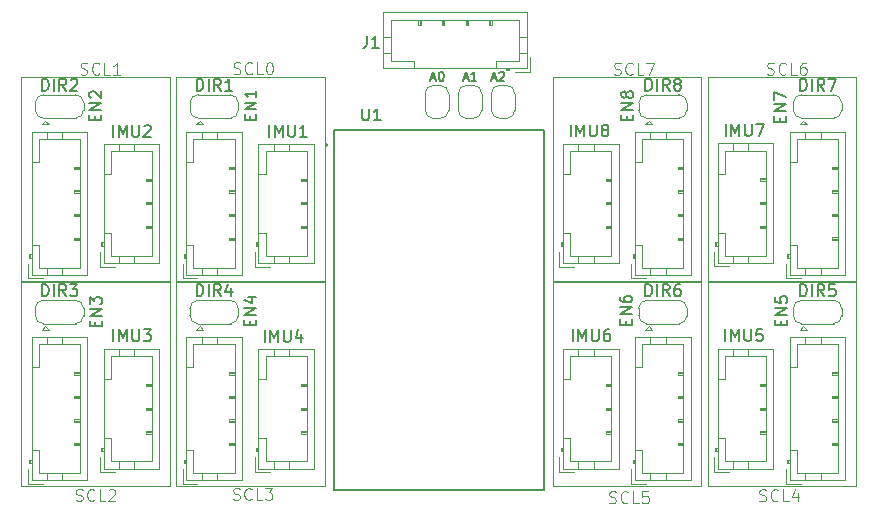
<source format=gbr>
%TF.GenerationSoftware,KiCad,Pcbnew,8.0.5*%
%TF.CreationDate,2025-12-23T13:38:43+05:30*%
%TF.ProjectId,I2C_MUX,4932435f-4d55-4582-9e6b-696361645f70,rev?*%
%TF.SameCoordinates,Original*%
%TF.FileFunction,Legend,Top*%
%TF.FilePolarity,Positive*%
%FSLAX46Y46*%
G04 Gerber Fmt 4.6, Leading zero omitted, Abs format (unit mm)*
G04 Created by KiCad (PCBNEW 8.0.5) date 2025-12-23 13:38:43*
%MOMM*%
%LPD*%
G01*
G04 APERTURE LIST*
%ADD10C,0.100000*%
%ADD11C,0.150000*%
%ADD12C,0.120000*%
%ADD13C,0.127000*%
%ADD14C,0.200000*%
G04 APERTURE END LIST*
D10*
X152960000Y-64920000D02*
X165520000Y-64920000D01*
X165520000Y-82200000D01*
X152960000Y-82200000D01*
X152960000Y-64920000D01*
X121070000Y-64920000D02*
X133630000Y-64920000D01*
X133630000Y-82200000D01*
X121070000Y-82200000D01*
X121070000Y-64920000D01*
X107970000Y-82320000D02*
X120530000Y-82320000D01*
X120530000Y-99600000D01*
X107970000Y-99600000D01*
X107970000Y-82320000D01*
X121070000Y-66150000D02*
X121070000Y-64920000D01*
X121070000Y-82320000D02*
X133630000Y-82320000D01*
X133630000Y-99600000D01*
X121070000Y-99600000D01*
X121070000Y-82320000D01*
X166060000Y-82320000D02*
X178620000Y-82320000D01*
X178620000Y-99600000D01*
X166060000Y-99600000D01*
X166060000Y-82320000D01*
X107970000Y-64920000D02*
X120530000Y-64920000D01*
X120530000Y-82200000D01*
X107970000Y-82200000D01*
X107970000Y-64920000D01*
X166060000Y-64920000D02*
X178620000Y-64920000D01*
X178620000Y-82200000D01*
X166060000Y-82200000D01*
X166060000Y-64920000D01*
X152960000Y-82320000D02*
X165520000Y-82320000D01*
X165520000Y-99600000D01*
X152960000Y-99600000D01*
X152960000Y-82320000D01*
X171116265Y-64704856D02*
X171259122Y-64752475D01*
X171259122Y-64752475D02*
X171497217Y-64752475D01*
X171497217Y-64752475D02*
X171592455Y-64704856D01*
X171592455Y-64704856D02*
X171640074Y-64657236D01*
X171640074Y-64657236D02*
X171687693Y-64561998D01*
X171687693Y-64561998D02*
X171687693Y-64466760D01*
X171687693Y-64466760D02*
X171640074Y-64371522D01*
X171640074Y-64371522D02*
X171592455Y-64323903D01*
X171592455Y-64323903D02*
X171497217Y-64276284D01*
X171497217Y-64276284D02*
X171306741Y-64228665D01*
X171306741Y-64228665D02*
X171211503Y-64181046D01*
X171211503Y-64181046D02*
X171163884Y-64133427D01*
X171163884Y-64133427D02*
X171116265Y-64038189D01*
X171116265Y-64038189D02*
X171116265Y-63942951D01*
X171116265Y-63942951D02*
X171163884Y-63847713D01*
X171163884Y-63847713D02*
X171211503Y-63800094D01*
X171211503Y-63800094D02*
X171306741Y-63752475D01*
X171306741Y-63752475D02*
X171544836Y-63752475D01*
X171544836Y-63752475D02*
X171687693Y-63800094D01*
X172687693Y-64657236D02*
X172640074Y-64704856D01*
X172640074Y-64704856D02*
X172497217Y-64752475D01*
X172497217Y-64752475D02*
X172401979Y-64752475D01*
X172401979Y-64752475D02*
X172259122Y-64704856D01*
X172259122Y-64704856D02*
X172163884Y-64609617D01*
X172163884Y-64609617D02*
X172116265Y-64514379D01*
X172116265Y-64514379D02*
X172068646Y-64323903D01*
X172068646Y-64323903D02*
X172068646Y-64181046D01*
X172068646Y-64181046D02*
X172116265Y-63990570D01*
X172116265Y-63990570D02*
X172163884Y-63895332D01*
X172163884Y-63895332D02*
X172259122Y-63800094D01*
X172259122Y-63800094D02*
X172401979Y-63752475D01*
X172401979Y-63752475D02*
X172497217Y-63752475D01*
X172497217Y-63752475D02*
X172640074Y-63800094D01*
X172640074Y-63800094D02*
X172687693Y-63847713D01*
X173592455Y-64752475D02*
X173116265Y-64752475D01*
X173116265Y-64752475D02*
X173116265Y-63752475D01*
X174354360Y-63752475D02*
X174163884Y-63752475D01*
X174163884Y-63752475D02*
X174068646Y-63800094D01*
X174068646Y-63800094D02*
X174021027Y-63847713D01*
X174021027Y-63847713D02*
X173925789Y-63990570D01*
X173925789Y-63990570D02*
X173878170Y-64181046D01*
X173878170Y-64181046D02*
X173878170Y-64561998D01*
X173878170Y-64561998D02*
X173925789Y-64657236D01*
X173925789Y-64657236D02*
X173973408Y-64704856D01*
X173973408Y-64704856D02*
X174068646Y-64752475D01*
X174068646Y-64752475D02*
X174259122Y-64752475D01*
X174259122Y-64752475D02*
X174354360Y-64704856D01*
X174354360Y-64704856D02*
X174401979Y-64657236D01*
X174401979Y-64657236D02*
X174449598Y-64561998D01*
X174449598Y-64561998D02*
X174449598Y-64323903D01*
X174449598Y-64323903D02*
X174401979Y-64228665D01*
X174401979Y-64228665D02*
X174354360Y-64181046D01*
X174354360Y-64181046D02*
X174259122Y-64133427D01*
X174259122Y-64133427D02*
X174068646Y-64133427D01*
X174068646Y-64133427D02*
X173973408Y-64181046D01*
X173973408Y-64181046D02*
X173925789Y-64228665D01*
X173925789Y-64228665D02*
X173878170Y-64323903D01*
X112986265Y-64704800D02*
X113129122Y-64752419D01*
X113129122Y-64752419D02*
X113367217Y-64752419D01*
X113367217Y-64752419D02*
X113462455Y-64704800D01*
X113462455Y-64704800D02*
X113510074Y-64657180D01*
X113510074Y-64657180D02*
X113557693Y-64561942D01*
X113557693Y-64561942D02*
X113557693Y-64466704D01*
X113557693Y-64466704D02*
X113510074Y-64371466D01*
X113510074Y-64371466D02*
X113462455Y-64323847D01*
X113462455Y-64323847D02*
X113367217Y-64276228D01*
X113367217Y-64276228D02*
X113176741Y-64228609D01*
X113176741Y-64228609D02*
X113081503Y-64180990D01*
X113081503Y-64180990D02*
X113033884Y-64133371D01*
X113033884Y-64133371D02*
X112986265Y-64038133D01*
X112986265Y-64038133D02*
X112986265Y-63942895D01*
X112986265Y-63942895D02*
X113033884Y-63847657D01*
X113033884Y-63847657D02*
X113081503Y-63800038D01*
X113081503Y-63800038D02*
X113176741Y-63752419D01*
X113176741Y-63752419D02*
X113414836Y-63752419D01*
X113414836Y-63752419D02*
X113557693Y-63800038D01*
X114557693Y-64657180D02*
X114510074Y-64704800D01*
X114510074Y-64704800D02*
X114367217Y-64752419D01*
X114367217Y-64752419D02*
X114271979Y-64752419D01*
X114271979Y-64752419D02*
X114129122Y-64704800D01*
X114129122Y-64704800D02*
X114033884Y-64609561D01*
X114033884Y-64609561D02*
X113986265Y-64514323D01*
X113986265Y-64514323D02*
X113938646Y-64323847D01*
X113938646Y-64323847D02*
X113938646Y-64180990D01*
X113938646Y-64180990D02*
X113986265Y-63990514D01*
X113986265Y-63990514D02*
X114033884Y-63895276D01*
X114033884Y-63895276D02*
X114129122Y-63800038D01*
X114129122Y-63800038D02*
X114271979Y-63752419D01*
X114271979Y-63752419D02*
X114367217Y-63752419D01*
X114367217Y-63752419D02*
X114510074Y-63800038D01*
X114510074Y-63800038D02*
X114557693Y-63847657D01*
X115462455Y-64752419D02*
X114986265Y-64752419D01*
X114986265Y-64752419D02*
X114986265Y-63752419D01*
X116319598Y-64752419D02*
X115748170Y-64752419D01*
X116033884Y-64752419D02*
X116033884Y-63752419D01*
X116033884Y-63752419D02*
X115938646Y-63895276D01*
X115938646Y-63895276D02*
X115843408Y-63990514D01*
X115843408Y-63990514D02*
X115748170Y-64038133D01*
X157736265Y-100984800D02*
X157879122Y-101032419D01*
X157879122Y-101032419D02*
X158117217Y-101032419D01*
X158117217Y-101032419D02*
X158212455Y-100984800D01*
X158212455Y-100984800D02*
X158260074Y-100937180D01*
X158260074Y-100937180D02*
X158307693Y-100841942D01*
X158307693Y-100841942D02*
X158307693Y-100746704D01*
X158307693Y-100746704D02*
X158260074Y-100651466D01*
X158260074Y-100651466D02*
X158212455Y-100603847D01*
X158212455Y-100603847D02*
X158117217Y-100556228D01*
X158117217Y-100556228D02*
X157926741Y-100508609D01*
X157926741Y-100508609D02*
X157831503Y-100460990D01*
X157831503Y-100460990D02*
X157783884Y-100413371D01*
X157783884Y-100413371D02*
X157736265Y-100318133D01*
X157736265Y-100318133D02*
X157736265Y-100222895D01*
X157736265Y-100222895D02*
X157783884Y-100127657D01*
X157783884Y-100127657D02*
X157831503Y-100080038D01*
X157831503Y-100080038D02*
X157926741Y-100032419D01*
X157926741Y-100032419D02*
X158164836Y-100032419D01*
X158164836Y-100032419D02*
X158307693Y-100080038D01*
X159307693Y-100937180D02*
X159260074Y-100984800D01*
X159260074Y-100984800D02*
X159117217Y-101032419D01*
X159117217Y-101032419D02*
X159021979Y-101032419D01*
X159021979Y-101032419D02*
X158879122Y-100984800D01*
X158879122Y-100984800D02*
X158783884Y-100889561D01*
X158783884Y-100889561D02*
X158736265Y-100794323D01*
X158736265Y-100794323D02*
X158688646Y-100603847D01*
X158688646Y-100603847D02*
X158688646Y-100460990D01*
X158688646Y-100460990D02*
X158736265Y-100270514D01*
X158736265Y-100270514D02*
X158783884Y-100175276D01*
X158783884Y-100175276D02*
X158879122Y-100080038D01*
X158879122Y-100080038D02*
X159021979Y-100032419D01*
X159021979Y-100032419D02*
X159117217Y-100032419D01*
X159117217Y-100032419D02*
X159260074Y-100080038D01*
X159260074Y-100080038D02*
X159307693Y-100127657D01*
X160212455Y-101032419D02*
X159736265Y-101032419D01*
X159736265Y-101032419D02*
X159736265Y-100032419D01*
X161021979Y-100032419D02*
X160545789Y-100032419D01*
X160545789Y-100032419D02*
X160498170Y-100508609D01*
X160498170Y-100508609D02*
X160545789Y-100460990D01*
X160545789Y-100460990D02*
X160641027Y-100413371D01*
X160641027Y-100413371D02*
X160879122Y-100413371D01*
X160879122Y-100413371D02*
X160974360Y-100460990D01*
X160974360Y-100460990D02*
X161021979Y-100508609D01*
X161021979Y-100508609D02*
X161069598Y-100603847D01*
X161069598Y-100603847D02*
X161069598Y-100841942D01*
X161069598Y-100841942D02*
X161021979Y-100937180D01*
X161021979Y-100937180D02*
X160974360Y-100984800D01*
X160974360Y-100984800D02*
X160879122Y-101032419D01*
X160879122Y-101032419D02*
X160641027Y-101032419D01*
X160641027Y-101032419D02*
X160545789Y-100984800D01*
X160545789Y-100984800D02*
X160498170Y-100937180D01*
X125936265Y-64664356D02*
X126079122Y-64711975D01*
X126079122Y-64711975D02*
X126317217Y-64711975D01*
X126317217Y-64711975D02*
X126412455Y-64664356D01*
X126412455Y-64664356D02*
X126460074Y-64616736D01*
X126460074Y-64616736D02*
X126507693Y-64521498D01*
X126507693Y-64521498D02*
X126507693Y-64426260D01*
X126507693Y-64426260D02*
X126460074Y-64331022D01*
X126460074Y-64331022D02*
X126412455Y-64283403D01*
X126412455Y-64283403D02*
X126317217Y-64235784D01*
X126317217Y-64235784D02*
X126126741Y-64188165D01*
X126126741Y-64188165D02*
X126031503Y-64140546D01*
X126031503Y-64140546D02*
X125983884Y-64092927D01*
X125983884Y-64092927D02*
X125936265Y-63997689D01*
X125936265Y-63997689D02*
X125936265Y-63902451D01*
X125936265Y-63902451D02*
X125983884Y-63807213D01*
X125983884Y-63807213D02*
X126031503Y-63759594D01*
X126031503Y-63759594D02*
X126126741Y-63711975D01*
X126126741Y-63711975D02*
X126364836Y-63711975D01*
X126364836Y-63711975D02*
X126507693Y-63759594D01*
X127507693Y-64616736D02*
X127460074Y-64664356D01*
X127460074Y-64664356D02*
X127317217Y-64711975D01*
X127317217Y-64711975D02*
X127221979Y-64711975D01*
X127221979Y-64711975D02*
X127079122Y-64664356D01*
X127079122Y-64664356D02*
X126983884Y-64569117D01*
X126983884Y-64569117D02*
X126936265Y-64473879D01*
X126936265Y-64473879D02*
X126888646Y-64283403D01*
X126888646Y-64283403D02*
X126888646Y-64140546D01*
X126888646Y-64140546D02*
X126936265Y-63950070D01*
X126936265Y-63950070D02*
X126983884Y-63854832D01*
X126983884Y-63854832D02*
X127079122Y-63759594D01*
X127079122Y-63759594D02*
X127221979Y-63711975D01*
X127221979Y-63711975D02*
X127317217Y-63711975D01*
X127317217Y-63711975D02*
X127460074Y-63759594D01*
X127460074Y-63759594D02*
X127507693Y-63807213D01*
X128412455Y-64711975D02*
X127936265Y-64711975D01*
X127936265Y-64711975D02*
X127936265Y-63711975D01*
X128936265Y-63711975D02*
X129031503Y-63711975D01*
X129031503Y-63711975D02*
X129126741Y-63759594D01*
X129126741Y-63759594D02*
X129174360Y-63807213D01*
X129174360Y-63807213D02*
X129221979Y-63902451D01*
X129221979Y-63902451D02*
X129269598Y-64092927D01*
X129269598Y-64092927D02*
X129269598Y-64331022D01*
X129269598Y-64331022D02*
X129221979Y-64521498D01*
X129221979Y-64521498D02*
X129174360Y-64616736D01*
X129174360Y-64616736D02*
X129126741Y-64664356D01*
X129126741Y-64664356D02*
X129031503Y-64711975D01*
X129031503Y-64711975D02*
X128936265Y-64711975D01*
X128936265Y-64711975D02*
X128841027Y-64664356D01*
X128841027Y-64664356D02*
X128793408Y-64616736D01*
X128793408Y-64616736D02*
X128745789Y-64521498D01*
X128745789Y-64521498D02*
X128698170Y-64331022D01*
X128698170Y-64331022D02*
X128698170Y-64092927D01*
X128698170Y-64092927D02*
X128745789Y-63902451D01*
X128745789Y-63902451D02*
X128793408Y-63807213D01*
X128793408Y-63807213D02*
X128841027Y-63759594D01*
X128841027Y-63759594D02*
X128936265Y-63711975D01*
X158146265Y-64714800D02*
X158289122Y-64762419D01*
X158289122Y-64762419D02*
X158527217Y-64762419D01*
X158527217Y-64762419D02*
X158622455Y-64714800D01*
X158622455Y-64714800D02*
X158670074Y-64667180D01*
X158670074Y-64667180D02*
X158717693Y-64571942D01*
X158717693Y-64571942D02*
X158717693Y-64476704D01*
X158717693Y-64476704D02*
X158670074Y-64381466D01*
X158670074Y-64381466D02*
X158622455Y-64333847D01*
X158622455Y-64333847D02*
X158527217Y-64286228D01*
X158527217Y-64286228D02*
X158336741Y-64238609D01*
X158336741Y-64238609D02*
X158241503Y-64190990D01*
X158241503Y-64190990D02*
X158193884Y-64143371D01*
X158193884Y-64143371D02*
X158146265Y-64048133D01*
X158146265Y-64048133D02*
X158146265Y-63952895D01*
X158146265Y-63952895D02*
X158193884Y-63857657D01*
X158193884Y-63857657D02*
X158241503Y-63810038D01*
X158241503Y-63810038D02*
X158336741Y-63762419D01*
X158336741Y-63762419D02*
X158574836Y-63762419D01*
X158574836Y-63762419D02*
X158717693Y-63810038D01*
X159717693Y-64667180D02*
X159670074Y-64714800D01*
X159670074Y-64714800D02*
X159527217Y-64762419D01*
X159527217Y-64762419D02*
X159431979Y-64762419D01*
X159431979Y-64762419D02*
X159289122Y-64714800D01*
X159289122Y-64714800D02*
X159193884Y-64619561D01*
X159193884Y-64619561D02*
X159146265Y-64524323D01*
X159146265Y-64524323D02*
X159098646Y-64333847D01*
X159098646Y-64333847D02*
X159098646Y-64190990D01*
X159098646Y-64190990D02*
X159146265Y-64000514D01*
X159146265Y-64000514D02*
X159193884Y-63905276D01*
X159193884Y-63905276D02*
X159289122Y-63810038D01*
X159289122Y-63810038D02*
X159431979Y-63762419D01*
X159431979Y-63762419D02*
X159527217Y-63762419D01*
X159527217Y-63762419D02*
X159670074Y-63810038D01*
X159670074Y-63810038D02*
X159717693Y-63857657D01*
X160622455Y-64762419D02*
X160146265Y-64762419D01*
X160146265Y-64762419D02*
X160146265Y-63762419D01*
X160860551Y-63762419D02*
X161527217Y-63762419D01*
X161527217Y-63762419D02*
X161098646Y-64762419D01*
X170446265Y-100814856D02*
X170589122Y-100862475D01*
X170589122Y-100862475D02*
X170827217Y-100862475D01*
X170827217Y-100862475D02*
X170922455Y-100814856D01*
X170922455Y-100814856D02*
X170970074Y-100767236D01*
X170970074Y-100767236D02*
X171017693Y-100671998D01*
X171017693Y-100671998D02*
X171017693Y-100576760D01*
X171017693Y-100576760D02*
X170970074Y-100481522D01*
X170970074Y-100481522D02*
X170922455Y-100433903D01*
X170922455Y-100433903D02*
X170827217Y-100386284D01*
X170827217Y-100386284D02*
X170636741Y-100338665D01*
X170636741Y-100338665D02*
X170541503Y-100291046D01*
X170541503Y-100291046D02*
X170493884Y-100243427D01*
X170493884Y-100243427D02*
X170446265Y-100148189D01*
X170446265Y-100148189D02*
X170446265Y-100052951D01*
X170446265Y-100052951D02*
X170493884Y-99957713D01*
X170493884Y-99957713D02*
X170541503Y-99910094D01*
X170541503Y-99910094D02*
X170636741Y-99862475D01*
X170636741Y-99862475D02*
X170874836Y-99862475D01*
X170874836Y-99862475D02*
X171017693Y-99910094D01*
X172017693Y-100767236D02*
X171970074Y-100814856D01*
X171970074Y-100814856D02*
X171827217Y-100862475D01*
X171827217Y-100862475D02*
X171731979Y-100862475D01*
X171731979Y-100862475D02*
X171589122Y-100814856D01*
X171589122Y-100814856D02*
X171493884Y-100719617D01*
X171493884Y-100719617D02*
X171446265Y-100624379D01*
X171446265Y-100624379D02*
X171398646Y-100433903D01*
X171398646Y-100433903D02*
X171398646Y-100291046D01*
X171398646Y-100291046D02*
X171446265Y-100100570D01*
X171446265Y-100100570D02*
X171493884Y-100005332D01*
X171493884Y-100005332D02*
X171589122Y-99910094D01*
X171589122Y-99910094D02*
X171731979Y-99862475D01*
X171731979Y-99862475D02*
X171827217Y-99862475D01*
X171827217Y-99862475D02*
X171970074Y-99910094D01*
X171970074Y-99910094D02*
X172017693Y-99957713D01*
X172922455Y-100862475D02*
X172446265Y-100862475D01*
X172446265Y-100862475D02*
X172446265Y-99862475D01*
X173684360Y-100195808D02*
X173684360Y-100862475D01*
X173446265Y-99814856D02*
X173208170Y-100529141D01*
X173208170Y-100529141D02*
X173827217Y-100529141D01*
X112576265Y-100794800D02*
X112719122Y-100842419D01*
X112719122Y-100842419D02*
X112957217Y-100842419D01*
X112957217Y-100842419D02*
X113052455Y-100794800D01*
X113052455Y-100794800D02*
X113100074Y-100747180D01*
X113100074Y-100747180D02*
X113147693Y-100651942D01*
X113147693Y-100651942D02*
X113147693Y-100556704D01*
X113147693Y-100556704D02*
X113100074Y-100461466D01*
X113100074Y-100461466D02*
X113052455Y-100413847D01*
X113052455Y-100413847D02*
X112957217Y-100366228D01*
X112957217Y-100366228D02*
X112766741Y-100318609D01*
X112766741Y-100318609D02*
X112671503Y-100270990D01*
X112671503Y-100270990D02*
X112623884Y-100223371D01*
X112623884Y-100223371D02*
X112576265Y-100128133D01*
X112576265Y-100128133D02*
X112576265Y-100032895D01*
X112576265Y-100032895D02*
X112623884Y-99937657D01*
X112623884Y-99937657D02*
X112671503Y-99890038D01*
X112671503Y-99890038D02*
X112766741Y-99842419D01*
X112766741Y-99842419D02*
X113004836Y-99842419D01*
X113004836Y-99842419D02*
X113147693Y-99890038D01*
X114147693Y-100747180D02*
X114100074Y-100794800D01*
X114100074Y-100794800D02*
X113957217Y-100842419D01*
X113957217Y-100842419D02*
X113861979Y-100842419D01*
X113861979Y-100842419D02*
X113719122Y-100794800D01*
X113719122Y-100794800D02*
X113623884Y-100699561D01*
X113623884Y-100699561D02*
X113576265Y-100604323D01*
X113576265Y-100604323D02*
X113528646Y-100413847D01*
X113528646Y-100413847D02*
X113528646Y-100270990D01*
X113528646Y-100270990D02*
X113576265Y-100080514D01*
X113576265Y-100080514D02*
X113623884Y-99985276D01*
X113623884Y-99985276D02*
X113719122Y-99890038D01*
X113719122Y-99890038D02*
X113861979Y-99842419D01*
X113861979Y-99842419D02*
X113957217Y-99842419D01*
X113957217Y-99842419D02*
X114100074Y-99890038D01*
X114100074Y-99890038D02*
X114147693Y-99937657D01*
X115052455Y-100842419D02*
X114576265Y-100842419D01*
X114576265Y-100842419D02*
X114576265Y-99842419D01*
X115338170Y-99937657D02*
X115385789Y-99890038D01*
X115385789Y-99890038D02*
X115481027Y-99842419D01*
X115481027Y-99842419D02*
X115719122Y-99842419D01*
X115719122Y-99842419D02*
X115814360Y-99890038D01*
X115814360Y-99890038D02*
X115861979Y-99937657D01*
X115861979Y-99937657D02*
X115909598Y-100032895D01*
X115909598Y-100032895D02*
X115909598Y-100128133D01*
X115909598Y-100128133D02*
X115861979Y-100270990D01*
X115861979Y-100270990D02*
X115290551Y-100842419D01*
X115290551Y-100842419D02*
X115909598Y-100842419D01*
X125886265Y-100704800D02*
X126029122Y-100752419D01*
X126029122Y-100752419D02*
X126267217Y-100752419D01*
X126267217Y-100752419D02*
X126362455Y-100704800D01*
X126362455Y-100704800D02*
X126410074Y-100657180D01*
X126410074Y-100657180D02*
X126457693Y-100561942D01*
X126457693Y-100561942D02*
X126457693Y-100466704D01*
X126457693Y-100466704D02*
X126410074Y-100371466D01*
X126410074Y-100371466D02*
X126362455Y-100323847D01*
X126362455Y-100323847D02*
X126267217Y-100276228D01*
X126267217Y-100276228D02*
X126076741Y-100228609D01*
X126076741Y-100228609D02*
X125981503Y-100180990D01*
X125981503Y-100180990D02*
X125933884Y-100133371D01*
X125933884Y-100133371D02*
X125886265Y-100038133D01*
X125886265Y-100038133D02*
X125886265Y-99942895D01*
X125886265Y-99942895D02*
X125933884Y-99847657D01*
X125933884Y-99847657D02*
X125981503Y-99800038D01*
X125981503Y-99800038D02*
X126076741Y-99752419D01*
X126076741Y-99752419D02*
X126314836Y-99752419D01*
X126314836Y-99752419D02*
X126457693Y-99800038D01*
X127457693Y-100657180D02*
X127410074Y-100704800D01*
X127410074Y-100704800D02*
X127267217Y-100752419D01*
X127267217Y-100752419D02*
X127171979Y-100752419D01*
X127171979Y-100752419D02*
X127029122Y-100704800D01*
X127029122Y-100704800D02*
X126933884Y-100609561D01*
X126933884Y-100609561D02*
X126886265Y-100514323D01*
X126886265Y-100514323D02*
X126838646Y-100323847D01*
X126838646Y-100323847D02*
X126838646Y-100180990D01*
X126838646Y-100180990D02*
X126886265Y-99990514D01*
X126886265Y-99990514D02*
X126933884Y-99895276D01*
X126933884Y-99895276D02*
X127029122Y-99800038D01*
X127029122Y-99800038D02*
X127171979Y-99752419D01*
X127171979Y-99752419D02*
X127267217Y-99752419D01*
X127267217Y-99752419D02*
X127410074Y-99800038D01*
X127410074Y-99800038D02*
X127457693Y-99847657D01*
X128362455Y-100752419D02*
X127886265Y-100752419D01*
X127886265Y-100752419D02*
X127886265Y-99752419D01*
X128600551Y-99752419D02*
X129219598Y-99752419D01*
X129219598Y-99752419D02*
X128886265Y-100133371D01*
X128886265Y-100133371D02*
X129029122Y-100133371D01*
X129029122Y-100133371D02*
X129124360Y-100180990D01*
X129124360Y-100180990D02*
X129171979Y-100228609D01*
X129171979Y-100228609D02*
X129219598Y-100323847D01*
X129219598Y-100323847D02*
X129219598Y-100561942D01*
X129219598Y-100561942D02*
X129171979Y-100657180D01*
X129171979Y-100657180D02*
X129124360Y-100704800D01*
X129124360Y-100704800D02*
X129029122Y-100752419D01*
X129029122Y-100752419D02*
X128743408Y-100752419D01*
X128743408Y-100752419D02*
X128648170Y-100704800D01*
X128648170Y-100704800D02*
X128600551Y-100657180D01*
D11*
X109703810Y-66104319D02*
X109703810Y-65104319D01*
X109703810Y-65104319D02*
X109941905Y-65104319D01*
X109941905Y-65104319D02*
X110084762Y-65151938D01*
X110084762Y-65151938D02*
X110180000Y-65247176D01*
X110180000Y-65247176D02*
X110227619Y-65342414D01*
X110227619Y-65342414D02*
X110275238Y-65532890D01*
X110275238Y-65532890D02*
X110275238Y-65675747D01*
X110275238Y-65675747D02*
X110227619Y-65866223D01*
X110227619Y-65866223D02*
X110180000Y-65961461D01*
X110180000Y-65961461D02*
X110084762Y-66056700D01*
X110084762Y-66056700D02*
X109941905Y-66104319D01*
X109941905Y-66104319D02*
X109703810Y-66104319D01*
X110703810Y-66104319D02*
X110703810Y-65104319D01*
X111751428Y-66104319D02*
X111418095Y-65628128D01*
X111180000Y-66104319D02*
X111180000Y-65104319D01*
X111180000Y-65104319D02*
X111560952Y-65104319D01*
X111560952Y-65104319D02*
X111656190Y-65151938D01*
X111656190Y-65151938D02*
X111703809Y-65199557D01*
X111703809Y-65199557D02*
X111751428Y-65294795D01*
X111751428Y-65294795D02*
X111751428Y-65437652D01*
X111751428Y-65437652D02*
X111703809Y-65532890D01*
X111703809Y-65532890D02*
X111656190Y-65580509D01*
X111656190Y-65580509D02*
X111560952Y-65628128D01*
X111560952Y-65628128D02*
X111180000Y-65628128D01*
X112132381Y-65199557D02*
X112180000Y-65151938D01*
X112180000Y-65151938D02*
X112275238Y-65104319D01*
X112275238Y-65104319D02*
X112513333Y-65104319D01*
X112513333Y-65104319D02*
X112608571Y-65151938D01*
X112608571Y-65151938D02*
X112656190Y-65199557D01*
X112656190Y-65199557D02*
X112703809Y-65294795D01*
X112703809Y-65294795D02*
X112703809Y-65390033D01*
X112703809Y-65390033D02*
X112656190Y-65532890D01*
X112656190Y-65532890D02*
X112084762Y-66104319D01*
X112084762Y-66104319D02*
X112703809Y-66104319D01*
X137226666Y-61474819D02*
X137226666Y-62189104D01*
X137226666Y-62189104D02*
X137179047Y-62331961D01*
X137179047Y-62331961D02*
X137083809Y-62427200D01*
X137083809Y-62427200D02*
X136940952Y-62474819D01*
X136940952Y-62474819D02*
X136845714Y-62474819D01*
X138226666Y-62474819D02*
X137655238Y-62474819D01*
X137940952Y-62474819D02*
X137940952Y-61474819D01*
X137940952Y-61474819D02*
X137845714Y-61617676D01*
X137845714Y-61617676D02*
X137750476Y-61712914D01*
X137750476Y-61712914D02*
X137655238Y-61760533D01*
X114231009Y-86054285D02*
X114231009Y-85720952D01*
X114754819Y-85578095D02*
X114754819Y-86054285D01*
X114754819Y-86054285D02*
X113754819Y-86054285D01*
X113754819Y-86054285D02*
X113754819Y-85578095D01*
X114754819Y-85149523D02*
X113754819Y-85149523D01*
X113754819Y-85149523D02*
X114754819Y-84578095D01*
X114754819Y-84578095D02*
X113754819Y-84578095D01*
X113754819Y-84197142D02*
X113754819Y-83578095D01*
X113754819Y-83578095D02*
X114135771Y-83911428D01*
X114135771Y-83911428D02*
X114135771Y-83768571D01*
X114135771Y-83768571D02*
X114183390Y-83673333D01*
X114183390Y-83673333D02*
X114231009Y-83625714D01*
X114231009Y-83625714D02*
X114326247Y-83578095D01*
X114326247Y-83578095D02*
X114564342Y-83578095D01*
X114564342Y-83578095D02*
X114659580Y-83625714D01*
X114659580Y-83625714D02*
X114707200Y-83673333D01*
X114707200Y-83673333D02*
X114754819Y-83768571D01*
X114754819Y-83768571D02*
X114754819Y-84054285D01*
X114754819Y-84054285D02*
X114707200Y-84149523D01*
X114707200Y-84149523D02*
X114659580Y-84197142D01*
X115718572Y-70034819D02*
X115718572Y-69034819D01*
X116194762Y-70034819D02*
X116194762Y-69034819D01*
X116194762Y-69034819D02*
X116528095Y-69749104D01*
X116528095Y-69749104D02*
X116861428Y-69034819D01*
X116861428Y-69034819D02*
X116861428Y-70034819D01*
X117337619Y-69034819D02*
X117337619Y-69844342D01*
X117337619Y-69844342D02*
X117385238Y-69939580D01*
X117385238Y-69939580D02*
X117432857Y-69987200D01*
X117432857Y-69987200D02*
X117528095Y-70034819D01*
X117528095Y-70034819D02*
X117718571Y-70034819D01*
X117718571Y-70034819D02*
X117813809Y-69987200D01*
X117813809Y-69987200D02*
X117861428Y-69939580D01*
X117861428Y-69939580D02*
X117909047Y-69844342D01*
X117909047Y-69844342D02*
X117909047Y-69034819D01*
X118337619Y-69130057D02*
X118385238Y-69082438D01*
X118385238Y-69082438D02*
X118480476Y-69034819D01*
X118480476Y-69034819D02*
X118718571Y-69034819D01*
X118718571Y-69034819D02*
X118813809Y-69082438D01*
X118813809Y-69082438D02*
X118861428Y-69130057D01*
X118861428Y-69130057D02*
X118909047Y-69225295D01*
X118909047Y-69225295D02*
X118909047Y-69320533D01*
X118909047Y-69320533D02*
X118861428Y-69463390D01*
X118861428Y-69463390D02*
X118290000Y-70034819D01*
X118290000Y-70034819D02*
X118909047Y-70034819D01*
X173893810Y-66104319D02*
X173893810Y-65104319D01*
X173893810Y-65104319D02*
X174131905Y-65104319D01*
X174131905Y-65104319D02*
X174274762Y-65151938D01*
X174274762Y-65151938D02*
X174370000Y-65247176D01*
X174370000Y-65247176D02*
X174417619Y-65342414D01*
X174417619Y-65342414D02*
X174465238Y-65532890D01*
X174465238Y-65532890D02*
X174465238Y-65675747D01*
X174465238Y-65675747D02*
X174417619Y-65866223D01*
X174417619Y-65866223D02*
X174370000Y-65961461D01*
X174370000Y-65961461D02*
X174274762Y-66056700D01*
X174274762Y-66056700D02*
X174131905Y-66104319D01*
X174131905Y-66104319D02*
X173893810Y-66104319D01*
X174893810Y-66104319D02*
X174893810Y-65104319D01*
X175941428Y-66104319D02*
X175608095Y-65628128D01*
X175370000Y-66104319D02*
X175370000Y-65104319D01*
X175370000Y-65104319D02*
X175750952Y-65104319D01*
X175750952Y-65104319D02*
X175846190Y-65151938D01*
X175846190Y-65151938D02*
X175893809Y-65199557D01*
X175893809Y-65199557D02*
X175941428Y-65294795D01*
X175941428Y-65294795D02*
X175941428Y-65437652D01*
X175941428Y-65437652D02*
X175893809Y-65532890D01*
X175893809Y-65532890D02*
X175846190Y-65580509D01*
X175846190Y-65580509D02*
X175750952Y-65628128D01*
X175750952Y-65628128D02*
X175370000Y-65628128D01*
X176274762Y-65104319D02*
X176941428Y-65104319D01*
X176941428Y-65104319D02*
X176512857Y-66104319D01*
X167558572Y-87294819D02*
X167558572Y-86294819D01*
X168034762Y-87294819D02*
X168034762Y-86294819D01*
X168034762Y-86294819D02*
X168368095Y-87009104D01*
X168368095Y-87009104D02*
X168701428Y-86294819D01*
X168701428Y-86294819D02*
X168701428Y-87294819D01*
X169177619Y-86294819D02*
X169177619Y-87104342D01*
X169177619Y-87104342D02*
X169225238Y-87199580D01*
X169225238Y-87199580D02*
X169272857Y-87247200D01*
X169272857Y-87247200D02*
X169368095Y-87294819D01*
X169368095Y-87294819D02*
X169558571Y-87294819D01*
X169558571Y-87294819D02*
X169653809Y-87247200D01*
X169653809Y-87247200D02*
X169701428Y-87199580D01*
X169701428Y-87199580D02*
X169749047Y-87104342D01*
X169749047Y-87104342D02*
X169749047Y-86294819D01*
X170701428Y-86294819D02*
X170225238Y-86294819D01*
X170225238Y-86294819D02*
X170177619Y-86771009D01*
X170177619Y-86771009D02*
X170225238Y-86723390D01*
X170225238Y-86723390D02*
X170320476Y-86675771D01*
X170320476Y-86675771D02*
X170558571Y-86675771D01*
X170558571Y-86675771D02*
X170653809Y-86723390D01*
X170653809Y-86723390D02*
X170701428Y-86771009D01*
X170701428Y-86771009D02*
X170749047Y-86866247D01*
X170749047Y-86866247D02*
X170749047Y-87104342D01*
X170749047Y-87104342D02*
X170701428Y-87199580D01*
X170701428Y-87199580D02*
X170653809Y-87247200D01*
X170653809Y-87247200D02*
X170558571Y-87294819D01*
X170558571Y-87294819D02*
X170320476Y-87294819D01*
X170320476Y-87294819D02*
X170225238Y-87247200D01*
X170225238Y-87247200D02*
X170177619Y-87199580D01*
X122803810Y-83504319D02*
X122803810Y-82504319D01*
X122803810Y-82504319D02*
X123041905Y-82504319D01*
X123041905Y-82504319D02*
X123184762Y-82551938D01*
X123184762Y-82551938D02*
X123280000Y-82647176D01*
X123280000Y-82647176D02*
X123327619Y-82742414D01*
X123327619Y-82742414D02*
X123375238Y-82932890D01*
X123375238Y-82932890D02*
X123375238Y-83075747D01*
X123375238Y-83075747D02*
X123327619Y-83266223D01*
X123327619Y-83266223D02*
X123280000Y-83361461D01*
X123280000Y-83361461D02*
X123184762Y-83456700D01*
X123184762Y-83456700D02*
X123041905Y-83504319D01*
X123041905Y-83504319D02*
X122803810Y-83504319D01*
X123803810Y-83504319D02*
X123803810Y-82504319D01*
X124851428Y-83504319D02*
X124518095Y-83028128D01*
X124280000Y-83504319D02*
X124280000Y-82504319D01*
X124280000Y-82504319D02*
X124660952Y-82504319D01*
X124660952Y-82504319D02*
X124756190Y-82551938D01*
X124756190Y-82551938D02*
X124803809Y-82599557D01*
X124803809Y-82599557D02*
X124851428Y-82694795D01*
X124851428Y-82694795D02*
X124851428Y-82837652D01*
X124851428Y-82837652D02*
X124803809Y-82932890D01*
X124803809Y-82932890D02*
X124756190Y-82980509D01*
X124756190Y-82980509D02*
X124660952Y-83028128D01*
X124660952Y-83028128D02*
X124280000Y-83028128D01*
X125708571Y-82837652D02*
X125708571Y-83504319D01*
X125470476Y-82456700D02*
X125232381Y-83170985D01*
X125232381Y-83170985D02*
X125851428Y-83170985D01*
X160793810Y-66104319D02*
X160793810Y-65104319D01*
X160793810Y-65104319D02*
X161031905Y-65104319D01*
X161031905Y-65104319D02*
X161174762Y-65151938D01*
X161174762Y-65151938D02*
X161270000Y-65247176D01*
X161270000Y-65247176D02*
X161317619Y-65342414D01*
X161317619Y-65342414D02*
X161365238Y-65532890D01*
X161365238Y-65532890D02*
X161365238Y-65675747D01*
X161365238Y-65675747D02*
X161317619Y-65866223D01*
X161317619Y-65866223D02*
X161270000Y-65961461D01*
X161270000Y-65961461D02*
X161174762Y-66056700D01*
X161174762Y-66056700D02*
X161031905Y-66104319D01*
X161031905Y-66104319D02*
X160793810Y-66104319D01*
X161793810Y-66104319D02*
X161793810Y-65104319D01*
X162841428Y-66104319D02*
X162508095Y-65628128D01*
X162270000Y-66104319D02*
X162270000Y-65104319D01*
X162270000Y-65104319D02*
X162650952Y-65104319D01*
X162650952Y-65104319D02*
X162746190Y-65151938D01*
X162746190Y-65151938D02*
X162793809Y-65199557D01*
X162793809Y-65199557D02*
X162841428Y-65294795D01*
X162841428Y-65294795D02*
X162841428Y-65437652D01*
X162841428Y-65437652D02*
X162793809Y-65532890D01*
X162793809Y-65532890D02*
X162746190Y-65580509D01*
X162746190Y-65580509D02*
X162650952Y-65628128D01*
X162650952Y-65628128D02*
X162270000Y-65628128D01*
X163412857Y-65532890D02*
X163317619Y-65485271D01*
X163317619Y-65485271D02*
X163270000Y-65437652D01*
X163270000Y-65437652D02*
X163222381Y-65342414D01*
X163222381Y-65342414D02*
X163222381Y-65294795D01*
X163222381Y-65294795D02*
X163270000Y-65199557D01*
X163270000Y-65199557D02*
X163317619Y-65151938D01*
X163317619Y-65151938D02*
X163412857Y-65104319D01*
X163412857Y-65104319D02*
X163603333Y-65104319D01*
X163603333Y-65104319D02*
X163698571Y-65151938D01*
X163698571Y-65151938D02*
X163746190Y-65199557D01*
X163746190Y-65199557D02*
X163793809Y-65294795D01*
X163793809Y-65294795D02*
X163793809Y-65342414D01*
X163793809Y-65342414D02*
X163746190Y-65437652D01*
X163746190Y-65437652D02*
X163698571Y-65485271D01*
X163698571Y-65485271D02*
X163603333Y-65532890D01*
X163603333Y-65532890D02*
X163412857Y-65532890D01*
X163412857Y-65532890D02*
X163317619Y-65580509D01*
X163317619Y-65580509D02*
X163270000Y-65628128D01*
X163270000Y-65628128D02*
X163222381Y-65723366D01*
X163222381Y-65723366D02*
X163222381Y-65913842D01*
X163222381Y-65913842D02*
X163270000Y-66009080D01*
X163270000Y-66009080D02*
X163317619Y-66056700D01*
X163317619Y-66056700D02*
X163412857Y-66104319D01*
X163412857Y-66104319D02*
X163603333Y-66104319D01*
X163603333Y-66104319D02*
X163698571Y-66056700D01*
X163698571Y-66056700D02*
X163746190Y-66009080D01*
X163746190Y-66009080D02*
X163793809Y-65913842D01*
X163793809Y-65913842D02*
X163793809Y-65723366D01*
X163793809Y-65723366D02*
X163746190Y-65628128D01*
X163746190Y-65628128D02*
X163698571Y-65580509D01*
X163698571Y-65580509D02*
X163603333Y-65532890D01*
X160793810Y-83504319D02*
X160793810Y-82504319D01*
X160793810Y-82504319D02*
X161031905Y-82504319D01*
X161031905Y-82504319D02*
X161174762Y-82551938D01*
X161174762Y-82551938D02*
X161270000Y-82647176D01*
X161270000Y-82647176D02*
X161317619Y-82742414D01*
X161317619Y-82742414D02*
X161365238Y-82932890D01*
X161365238Y-82932890D02*
X161365238Y-83075747D01*
X161365238Y-83075747D02*
X161317619Y-83266223D01*
X161317619Y-83266223D02*
X161270000Y-83361461D01*
X161270000Y-83361461D02*
X161174762Y-83456700D01*
X161174762Y-83456700D02*
X161031905Y-83504319D01*
X161031905Y-83504319D02*
X160793810Y-83504319D01*
X161793810Y-83504319D02*
X161793810Y-82504319D01*
X162841428Y-83504319D02*
X162508095Y-83028128D01*
X162270000Y-83504319D02*
X162270000Y-82504319D01*
X162270000Y-82504319D02*
X162650952Y-82504319D01*
X162650952Y-82504319D02*
X162746190Y-82551938D01*
X162746190Y-82551938D02*
X162793809Y-82599557D01*
X162793809Y-82599557D02*
X162841428Y-82694795D01*
X162841428Y-82694795D02*
X162841428Y-82837652D01*
X162841428Y-82837652D02*
X162793809Y-82932890D01*
X162793809Y-82932890D02*
X162746190Y-82980509D01*
X162746190Y-82980509D02*
X162650952Y-83028128D01*
X162650952Y-83028128D02*
X162270000Y-83028128D01*
X163698571Y-82504319D02*
X163508095Y-82504319D01*
X163508095Y-82504319D02*
X163412857Y-82551938D01*
X163412857Y-82551938D02*
X163365238Y-82599557D01*
X163365238Y-82599557D02*
X163270000Y-82742414D01*
X163270000Y-82742414D02*
X163222381Y-82932890D01*
X163222381Y-82932890D02*
X163222381Y-83313842D01*
X163222381Y-83313842D02*
X163270000Y-83409080D01*
X163270000Y-83409080D02*
X163317619Y-83456700D01*
X163317619Y-83456700D02*
X163412857Y-83504319D01*
X163412857Y-83504319D02*
X163603333Y-83504319D01*
X163603333Y-83504319D02*
X163698571Y-83456700D01*
X163698571Y-83456700D02*
X163746190Y-83409080D01*
X163746190Y-83409080D02*
X163793809Y-83313842D01*
X163793809Y-83313842D02*
X163793809Y-83075747D01*
X163793809Y-83075747D02*
X163746190Y-82980509D01*
X163746190Y-82980509D02*
X163698571Y-82932890D01*
X163698571Y-82932890D02*
X163603333Y-82885271D01*
X163603333Y-82885271D02*
X163412857Y-82885271D01*
X163412857Y-82885271D02*
X163317619Y-82932890D01*
X163317619Y-82932890D02*
X163270000Y-82980509D01*
X163270000Y-82980509D02*
X163222381Y-83075747D01*
X172201009Y-68754285D02*
X172201009Y-68420952D01*
X172724819Y-68278095D02*
X172724819Y-68754285D01*
X172724819Y-68754285D02*
X171724819Y-68754285D01*
X171724819Y-68754285D02*
X171724819Y-68278095D01*
X172724819Y-67849523D02*
X171724819Y-67849523D01*
X171724819Y-67849523D02*
X172724819Y-67278095D01*
X172724819Y-67278095D02*
X171724819Y-67278095D01*
X171724819Y-66897142D02*
X171724819Y-66230476D01*
X171724819Y-66230476D02*
X172724819Y-66659047D01*
X115738572Y-87324819D02*
X115738572Y-86324819D01*
X116214762Y-87324819D02*
X116214762Y-86324819D01*
X116214762Y-86324819D02*
X116548095Y-87039104D01*
X116548095Y-87039104D02*
X116881428Y-86324819D01*
X116881428Y-86324819D02*
X116881428Y-87324819D01*
X117357619Y-86324819D02*
X117357619Y-87134342D01*
X117357619Y-87134342D02*
X117405238Y-87229580D01*
X117405238Y-87229580D02*
X117452857Y-87277200D01*
X117452857Y-87277200D02*
X117548095Y-87324819D01*
X117548095Y-87324819D02*
X117738571Y-87324819D01*
X117738571Y-87324819D02*
X117833809Y-87277200D01*
X117833809Y-87277200D02*
X117881428Y-87229580D01*
X117881428Y-87229580D02*
X117929047Y-87134342D01*
X117929047Y-87134342D02*
X117929047Y-86324819D01*
X118310000Y-86324819D02*
X118929047Y-86324819D01*
X118929047Y-86324819D02*
X118595714Y-86705771D01*
X118595714Y-86705771D02*
X118738571Y-86705771D01*
X118738571Y-86705771D02*
X118833809Y-86753390D01*
X118833809Y-86753390D02*
X118881428Y-86801009D01*
X118881428Y-86801009D02*
X118929047Y-86896247D01*
X118929047Y-86896247D02*
X118929047Y-87134342D01*
X118929047Y-87134342D02*
X118881428Y-87229580D01*
X118881428Y-87229580D02*
X118833809Y-87277200D01*
X118833809Y-87277200D02*
X118738571Y-87324819D01*
X118738571Y-87324819D02*
X118452857Y-87324819D01*
X118452857Y-87324819D02*
X118357619Y-87277200D01*
X118357619Y-87277200D02*
X118310000Y-87229580D01*
X159241009Y-68614285D02*
X159241009Y-68280952D01*
X159764819Y-68138095D02*
X159764819Y-68614285D01*
X159764819Y-68614285D02*
X158764819Y-68614285D01*
X158764819Y-68614285D02*
X158764819Y-68138095D01*
X159764819Y-67709523D02*
X158764819Y-67709523D01*
X158764819Y-67709523D02*
X159764819Y-67138095D01*
X159764819Y-67138095D02*
X158764819Y-67138095D01*
X159193390Y-66519047D02*
X159145771Y-66614285D01*
X159145771Y-66614285D02*
X159098152Y-66661904D01*
X159098152Y-66661904D02*
X159002914Y-66709523D01*
X159002914Y-66709523D02*
X158955295Y-66709523D01*
X158955295Y-66709523D02*
X158860057Y-66661904D01*
X158860057Y-66661904D02*
X158812438Y-66614285D01*
X158812438Y-66614285D02*
X158764819Y-66519047D01*
X158764819Y-66519047D02*
X158764819Y-66328571D01*
X158764819Y-66328571D02*
X158812438Y-66233333D01*
X158812438Y-66233333D02*
X158860057Y-66185714D01*
X158860057Y-66185714D02*
X158955295Y-66138095D01*
X158955295Y-66138095D02*
X159002914Y-66138095D01*
X159002914Y-66138095D02*
X159098152Y-66185714D01*
X159098152Y-66185714D02*
X159145771Y-66233333D01*
X159145771Y-66233333D02*
X159193390Y-66328571D01*
X159193390Y-66328571D02*
X159193390Y-66519047D01*
X159193390Y-66519047D02*
X159241009Y-66614285D01*
X159241009Y-66614285D02*
X159288628Y-66661904D01*
X159288628Y-66661904D02*
X159383866Y-66709523D01*
X159383866Y-66709523D02*
X159574342Y-66709523D01*
X159574342Y-66709523D02*
X159669580Y-66661904D01*
X159669580Y-66661904D02*
X159717200Y-66614285D01*
X159717200Y-66614285D02*
X159764819Y-66519047D01*
X159764819Y-66519047D02*
X159764819Y-66328571D01*
X159764819Y-66328571D02*
X159717200Y-66233333D01*
X159717200Y-66233333D02*
X159669580Y-66185714D01*
X159669580Y-66185714D02*
X159574342Y-66138095D01*
X159574342Y-66138095D02*
X159383866Y-66138095D01*
X159383866Y-66138095D02*
X159288628Y-66185714D01*
X159288628Y-66185714D02*
X159241009Y-66233333D01*
X159241009Y-66233333D02*
X159193390Y-66328571D01*
X145394286Y-65073723D02*
X145751429Y-65073723D01*
X145322857Y-65302295D02*
X145572857Y-64502295D01*
X145572857Y-64502295D02*
X145822857Y-65302295D01*
X146465714Y-65302295D02*
X146037143Y-65302295D01*
X146251428Y-65302295D02*
X146251428Y-64502295D01*
X146251428Y-64502295D02*
X146180000Y-64616580D01*
X146180000Y-64616580D02*
X146108571Y-64692771D01*
X146108571Y-64692771D02*
X146037143Y-64730866D01*
X127291009Y-85984285D02*
X127291009Y-85650952D01*
X127814819Y-85508095D02*
X127814819Y-85984285D01*
X127814819Y-85984285D02*
X126814819Y-85984285D01*
X126814819Y-85984285D02*
X126814819Y-85508095D01*
X127814819Y-85079523D02*
X126814819Y-85079523D01*
X126814819Y-85079523D02*
X127814819Y-84508095D01*
X127814819Y-84508095D02*
X126814819Y-84508095D01*
X127148152Y-83603333D02*
X127814819Y-83603333D01*
X126767200Y-83841428D02*
X127481485Y-84079523D01*
X127481485Y-84079523D02*
X127481485Y-83460476D01*
X167598572Y-69954819D02*
X167598572Y-68954819D01*
X168074762Y-69954819D02*
X168074762Y-68954819D01*
X168074762Y-68954819D02*
X168408095Y-69669104D01*
X168408095Y-69669104D02*
X168741428Y-68954819D01*
X168741428Y-68954819D02*
X168741428Y-69954819D01*
X169217619Y-68954819D02*
X169217619Y-69764342D01*
X169217619Y-69764342D02*
X169265238Y-69859580D01*
X169265238Y-69859580D02*
X169312857Y-69907200D01*
X169312857Y-69907200D02*
X169408095Y-69954819D01*
X169408095Y-69954819D02*
X169598571Y-69954819D01*
X169598571Y-69954819D02*
X169693809Y-69907200D01*
X169693809Y-69907200D02*
X169741428Y-69859580D01*
X169741428Y-69859580D02*
X169789047Y-69764342D01*
X169789047Y-69764342D02*
X169789047Y-68954819D01*
X170170000Y-68954819D02*
X170836666Y-68954819D01*
X170836666Y-68954819D02*
X170408095Y-69954819D01*
X122803810Y-66104319D02*
X122803810Y-65104319D01*
X122803810Y-65104319D02*
X123041905Y-65104319D01*
X123041905Y-65104319D02*
X123184762Y-65151938D01*
X123184762Y-65151938D02*
X123280000Y-65247176D01*
X123280000Y-65247176D02*
X123327619Y-65342414D01*
X123327619Y-65342414D02*
X123375238Y-65532890D01*
X123375238Y-65532890D02*
X123375238Y-65675747D01*
X123375238Y-65675747D02*
X123327619Y-65866223D01*
X123327619Y-65866223D02*
X123280000Y-65961461D01*
X123280000Y-65961461D02*
X123184762Y-66056700D01*
X123184762Y-66056700D02*
X123041905Y-66104319D01*
X123041905Y-66104319D02*
X122803810Y-66104319D01*
X123803810Y-66104319D02*
X123803810Y-65104319D01*
X124851428Y-66104319D02*
X124518095Y-65628128D01*
X124280000Y-66104319D02*
X124280000Y-65104319D01*
X124280000Y-65104319D02*
X124660952Y-65104319D01*
X124660952Y-65104319D02*
X124756190Y-65151938D01*
X124756190Y-65151938D02*
X124803809Y-65199557D01*
X124803809Y-65199557D02*
X124851428Y-65294795D01*
X124851428Y-65294795D02*
X124851428Y-65437652D01*
X124851428Y-65437652D02*
X124803809Y-65532890D01*
X124803809Y-65532890D02*
X124756190Y-65580509D01*
X124756190Y-65580509D02*
X124660952Y-65628128D01*
X124660952Y-65628128D02*
X124280000Y-65628128D01*
X125803809Y-66104319D02*
X125232381Y-66104319D01*
X125518095Y-66104319D02*
X125518095Y-65104319D01*
X125518095Y-65104319D02*
X125422857Y-65247176D01*
X125422857Y-65247176D02*
X125327619Y-65342414D01*
X125327619Y-65342414D02*
X125232381Y-65390033D01*
X154638572Y-87324819D02*
X154638572Y-86324819D01*
X155114762Y-87324819D02*
X155114762Y-86324819D01*
X155114762Y-86324819D02*
X155448095Y-87039104D01*
X155448095Y-87039104D02*
X155781428Y-86324819D01*
X155781428Y-86324819D02*
X155781428Y-87324819D01*
X156257619Y-86324819D02*
X156257619Y-87134342D01*
X156257619Y-87134342D02*
X156305238Y-87229580D01*
X156305238Y-87229580D02*
X156352857Y-87277200D01*
X156352857Y-87277200D02*
X156448095Y-87324819D01*
X156448095Y-87324819D02*
X156638571Y-87324819D01*
X156638571Y-87324819D02*
X156733809Y-87277200D01*
X156733809Y-87277200D02*
X156781428Y-87229580D01*
X156781428Y-87229580D02*
X156829047Y-87134342D01*
X156829047Y-87134342D02*
X156829047Y-86324819D01*
X157733809Y-86324819D02*
X157543333Y-86324819D01*
X157543333Y-86324819D02*
X157448095Y-86372438D01*
X157448095Y-86372438D02*
X157400476Y-86420057D01*
X157400476Y-86420057D02*
X157305238Y-86562914D01*
X157305238Y-86562914D02*
X157257619Y-86753390D01*
X157257619Y-86753390D02*
X157257619Y-87134342D01*
X157257619Y-87134342D02*
X157305238Y-87229580D01*
X157305238Y-87229580D02*
X157352857Y-87277200D01*
X157352857Y-87277200D02*
X157448095Y-87324819D01*
X157448095Y-87324819D02*
X157638571Y-87324819D01*
X157638571Y-87324819D02*
X157733809Y-87277200D01*
X157733809Y-87277200D02*
X157781428Y-87229580D01*
X157781428Y-87229580D02*
X157829047Y-87134342D01*
X157829047Y-87134342D02*
X157829047Y-86896247D01*
X157829047Y-86896247D02*
X157781428Y-86801009D01*
X157781428Y-86801009D02*
X157733809Y-86753390D01*
X157733809Y-86753390D02*
X157638571Y-86705771D01*
X157638571Y-86705771D02*
X157448095Y-86705771D01*
X157448095Y-86705771D02*
X157352857Y-86753390D01*
X157352857Y-86753390D02*
X157305238Y-86801009D01*
X157305238Y-86801009D02*
X157257619Y-86896247D01*
X142654286Y-65063723D02*
X143011429Y-65063723D01*
X142582857Y-65292295D02*
X142832857Y-64492295D01*
X142832857Y-64492295D02*
X143082857Y-65292295D01*
X143475714Y-64492295D02*
X143547143Y-64492295D01*
X143547143Y-64492295D02*
X143618571Y-64530390D01*
X143618571Y-64530390D02*
X143654286Y-64568485D01*
X143654286Y-64568485D02*
X143690000Y-64644676D01*
X143690000Y-64644676D02*
X143725714Y-64797057D01*
X143725714Y-64797057D02*
X143725714Y-64987533D01*
X143725714Y-64987533D02*
X143690000Y-65139914D01*
X143690000Y-65139914D02*
X143654286Y-65216104D01*
X143654286Y-65216104D02*
X143618571Y-65254200D01*
X143618571Y-65254200D02*
X143547143Y-65292295D01*
X143547143Y-65292295D02*
X143475714Y-65292295D01*
X143475714Y-65292295D02*
X143404286Y-65254200D01*
X143404286Y-65254200D02*
X143368571Y-65216104D01*
X143368571Y-65216104D02*
X143332857Y-65139914D01*
X143332857Y-65139914D02*
X143297143Y-64987533D01*
X143297143Y-64987533D02*
X143297143Y-64797057D01*
X143297143Y-64797057D02*
X143332857Y-64644676D01*
X143332857Y-64644676D02*
X143368571Y-64568485D01*
X143368571Y-64568485D02*
X143404286Y-64530390D01*
X143404286Y-64530390D02*
X143475714Y-64492295D01*
X109703810Y-83504319D02*
X109703810Y-82504319D01*
X109703810Y-82504319D02*
X109941905Y-82504319D01*
X109941905Y-82504319D02*
X110084762Y-82551938D01*
X110084762Y-82551938D02*
X110180000Y-82647176D01*
X110180000Y-82647176D02*
X110227619Y-82742414D01*
X110227619Y-82742414D02*
X110275238Y-82932890D01*
X110275238Y-82932890D02*
X110275238Y-83075747D01*
X110275238Y-83075747D02*
X110227619Y-83266223D01*
X110227619Y-83266223D02*
X110180000Y-83361461D01*
X110180000Y-83361461D02*
X110084762Y-83456700D01*
X110084762Y-83456700D02*
X109941905Y-83504319D01*
X109941905Y-83504319D02*
X109703810Y-83504319D01*
X110703810Y-83504319D02*
X110703810Y-82504319D01*
X111751428Y-83504319D02*
X111418095Y-83028128D01*
X111180000Y-83504319D02*
X111180000Y-82504319D01*
X111180000Y-82504319D02*
X111560952Y-82504319D01*
X111560952Y-82504319D02*
X111656190Y-82551938D01*
X111656190Y-82551938D02*
X111703809Y-82599557D01*
X111703809Y-82599557D02*
X111751428Y-82694795D01*
X111751428Y-82694795D02*
X111751428Y-82837652D01*
X111751428Y-82837652D02*
X111703809Y-82932890D01*
X111703809Y-82932890D02*
X111656190Y-82980509D01*
X111656190Y-82980509D02*
X111560952Y-83028128D01*
X111560952Y-83028128D02*
X111180000Y-83028128D01*
X112084762Y-82504319D02*
X112703809Y-82504319D01*
X112703809Y-82504319D02*
X112370476Y-82885271D01*
X112370476Y-82885271D02*
X112513333Y-82885271D01*
X112513333Y-82885271D02*
X112608571Y-82932890D01*
X112608571Y-82932890D02*
X112656190Y-82980509D01*
X112656190Y-82980509D02*
X112703809Y-83075747D01*
X112703809Y-83075747D02*
X112703809Y-83313842D01*
X112703809Y-83313842D02*
X112656190Y-83409080D01*
X112656190Y-83409080D02*
X112608571Y-83456700D01*
X112608571Y-83456700D02*
X112513333Y-83504319D01*
X112513333Y-83504319D02*
X112227619Y-83504319D01*
X112227619Y-83504319D02*
X112132381Y-83456700D01*
X112132381Y-83456700D02*
X112084762Y-83409080D01*
X159111009Y-85944285D02*
X159111009Y-85610952D01*
X159634819Y-85468095D02*
X159634819Y-85944285D01*
X159634819Y-85944285D02*
X158634819Y-85944285D01*
X158634819Y-85944285D02*
X158634819Y-85468095D01*
X159634819Y-85039523D02*
X158634819Y-85039523D01*
X158634819Y-85039523D02*
X159634819Y-84468095D01*
X159634819Y-84468095D02*
X158634819Y-84468095D01*
X158634819Y-83563333D02*
X158634819Y-83753809D01*
X158634819Y-83753809D02*
X158682438Y-83849047D01*
X158682438Y-83849047D02*
X158730057Y-83896666D01*
X158730057Y-83896666D02*
X158872914Y-83991904D01*
X158872914Y-83991904D02*
X159063390Y-84039523D01*
X159063390Y-84039523D02*
X159444342Y-84039523D01*
X159444342Y-84039523D02*
X159539580Y-83991904D01*
X159539580Y-83991904D02*
X159587200Y-83944285D01*
X159587200Y-83944285D02*
X159634819Y-83849047D01*
X159634819Y-83849047D02*
X159634819Y-83658571D01*
X159634819Y-83658571D02*
X159587200Y-83563333D01*
X159587200Y-83563333D02*
X159539580Y-83515714D01*
X159539580Y-83515714D02*
X159444342Y-83468095D01*
X159444342Y-83468095D02*
X159206247Y-83468095D01*
X159206247Y-83468095D02*
X159111009Y-83515714D01*
X159111009Y-83515714D02*
X159063390Y-83563333D01*
X159063390Y-83563333D02*
X159015771Y-83658571D01*
X159015771Y-83658571D02*
X159015771Y-83849047D01*
X159015771Y-83849047D02*
X159063390Y-83944285D01*
X159063390Y-83944285D02*
X159111009Y-83991904D01*
X159111009Y-83991904D02*
X159206247Y-84039523D01*
X154468572Y-69984819D02*
X154468572Y-68984819D01*
X154944762Y-69984819D02*
X154944762Y-68984819D01*
X154944762Y-68984819D02*
X155278095Y-69699104D01*
X155278095Y-69699104D02*
X155611428Y-68984819D01*
X155611428Y-68984819D02*
X155611428Y-69984819D01*
X156087619Y-68984819D02*
X156087619Y-69794342D01*
X156087619Y-69794342D02*
X156135238Y-69889580D01*
X156135238Y-69889580D02*
X156182857Y-69937200D01*
X156182857Y-69937200D02*
X156278095Y-69984819D01*
X156278095Y-69984819D02*
X156468571Y-69984819D01*
X156468571Y-69984819D02*
X156563809Y-69937200D01*
X156563809Y-69937200D02*
X156611428Y-69889580D01*
X156611428Y-69889580D02*
X156659047Y-69794342D01*
X156659047Y-69794342D02*
X156659047Y-68984819D01*
X157278095Y-69413390D02*
X157182857Y-69365771D01*
X157182857Y-69365771D02*
X157135238Y-69318152D01*
X157135238Y-69318152D02*
X157087619Y-69222914D01*
X157087619Y-69222914D02*
X157087619Y-69175295D01*
X157087619Y-69175295D02*
X157135238Y-69080057D01*
X157135238Y-69080057D02*
X157182857Y-69032438D01*
X157182857Y-69032438D02*
X157278095Y-68984819D01*
X157278095Y-68984819D02*
X157468571Y-68984819D01*
X157468571Y-68984819D02*
X157563809Y-69032438D01*
X157563809Y-69032438D02*
X157611428Y-69080057D01*
X157611428Y-69080057D02*
X157659047Y-69175295D01*
X157659047Y-69175295D02*
X157659047Y-69222914D01*
X157659047Y-69222914D02*
X157611428Y-69318152D01*
X157611428Y-69318152D02*
X157563809Y-69365771D01*
X157563809Y-69365771D02*
X157468571Y-69413390D01*
X157468571Y-69413390D02*
X157278095Y-69413390D01*
X157278095Y-69413390D02*
X157182857Y-69461009D01*
X157182857Y-69461009D02*
X157135238Y-69508628D01*
X157135238Y-69508628D02*
X157087619Y-69603866D01*
X157087619Y-69603866D02*
X157087619Y-69794342D01*
X157087619Y-69794342D02*
X157135238Y-69889580D01*
X157135238Y-69889580D02*
X157182857Y-69937200D01*
X157182857Y-69937200D02*
X157278095Y-69984819D01*
X157278095Y-69984819D02*
X157468571Y-69984819D01*
X157468571Y-69984819D02*
X157563809Y-69937200D01*
X157563809Y-69937200D02*
X157611428Y-69889580D01*
X157611428Y-69889580D02*
X157659047Y-69794342D01*
X157659047Y-69794342D02*
X157659047Y-69603866D01*
X157659047Y-69603866D02*
X157611428Y-69508628D01*
X157611428Y-69508628D02*
X157563809Y-69461009D01*
X157563809Y-69461009D02*
X157468571Y-69413390D01*
X136803095Y-67634819D02*
X136803095Y-68444342D01*
X136803095Y-68444342D02*
X136850714Y-68539580D01*
X136850714Y-68539580D02*
X136898333Y-68587200D01*
X136898333Y-68587200D02*
X136993571Y-68634819D01*
X136993571Y-68634819D02*
X137184047Y-68634819D01*
X137184047Y-68634819D02*
X137279285Y-68587200D01*
X137279285Y-68587200D02*
X137326904Y-68539580D01*
X137326904Y-68539580D02*
X137374523Y-68444342D01*
X137374523Y-68444342D02*
X137374523Y-67634819D01*
X138374523Y-68634819D02*
X137803095Y-68634819D01*
X138088809Y-68634819D02*
X138088809Y-67634819D01*
X138088809Y-67634819D02*
X137993571Y-67777676D01*
X137993571Y-67777676D02*
X137898333Y-67872914D01*
X137898333Y-67872914D02*
X137803095Y-67920533D01*
X128558572Y-87364819D02*
X128558572Y-86364819D01*
X129034762Y-87364819D02*
X129034762Y-86364819D01*
X129034762Y-86364819D02*
X129368095Y-87079104D01*
X129368095Y-87079104D02*
X129701428Y-86364819D01*
X129701428Y-86364819D02*
X129701428Y-87364819D01*
X130177619Y-86364819D02*
X130177619Y-87174342D01*
X130177619Y-87174342D02*
X130225238Y-87269580D01*
X130225238Y-87269580D02*
X130272857Y-87317200D01*
X130272857Y-87317200D02*
X130368095Y-87364819D01*
X130368095Y-87364819D02*
X130558571Y-87364819D01*
X130558571Y-87364819D02*
X130653809Y-87317200D01*
X130653809Y-87317200D02*
X130701428Y-87269580D01*
X130701428Y-87269580D02*
X130749047Y-87174342D01*
X130749047Y-87174342D02*
X130749047Y-86364819D01*
X131653809Y-86698152D02*
X131653809Y-87364819D01*
X131415714Y-86317200D02*
X131177619Y-87031485D01*
X131177619Y-87031485D02*
X131796666Y-87031485D01*
X127341009Y-68594285D02*
X127341009Y-68260952D01*
X127864819Y-68118095D02*
X127864819Y-68594285D01*
X127864819Y-68594285D02*
X126864819Y-68594285D01*
X126864819Y-68594285D02*
X126864819Y-68118095D01*
X127864819Y-67689523D02*
X126864819Y-67689523D01*
X126864819Y-67689523D02*
X127864819Y-67118095D01*
X127864819Y-67118095D02*
X126864819Y-67118095D01*
X127864819Y-66118095D02*
X127864819Y-66689523D01*
X127864819Y-66403809D02*
X126864819Y-66403809D01*
X126864819Y-66403809D02*
X127007676Y-66499047D01*
X127007676Y-66499047D02*
X127102914Y-66594285D01*
X127102914Y-66594285D02*
X127150533Y-66689523D01*
X173893810Y-83504319D02*
X173893810Y-82504319D01*
X173893810Y-82504319D02*
X174131905Y-82504319D01*
X174131905Y-82504319D02*
X174274762Y-82551938D01*
X174274762Y-82551938D02*
X174370000Y-82647176D01*
X174370000Y-82647176D02*
X174417619Y-82742414D01*
X174417619Y-82742414D02*
X174465238Y-82932890D01*
X174465238Y-82932890D02*
X174465238Y-83075747D01*
X174465238Y-83075747D02*
X174417619Y-83266223D01*
X174417619Y-83266223D02*
X174370000Y-83361461D01*
X174370000Y-83361461D02*
X174274762Y-83456700D01*
X174274762Y-83456700D02*
X174131905Y-83504319D01*
X174131905Y-83504319D02*
X173893810Y-83504319D01*
X174893810Y-83504319D02*
X174893810Y-82504319D01*
X175941428Y-83504319D02*
X175608095Y-83028128D01*
X175370000Y-83504319D02*
X175370000Y-82504319D01*
X175370000Y-82504319D02*
X175750952Y-82504319D01*
X175750952Y-82504319D02*
X175846190Y-82551938D01*
X175846190Y-82551938D02*
X175893809Y-82599557D01*
X175893809Y-82599557D02*
X175941428Y-82694795D01*
X175941428Y-82694795D02*
X175941428Y-82837652D01*
X175941428Y-82837652D02*
X175893809Y-82932890D01*
X175893809Y-82932890D02*
X175846190Y-82980509D01*
X175846190Y-82980509D02*
X175750952Y-83028128D01*
X175750952Y-83028128D02*
X175370000Y-83028128D01*
X176846190Y-82504319D02*
X176370000Y-82504319D01*
X176370000Y-82504319D02*
X176322381Y-82980509D01*
X176322381Y-82980509D02*
X176370000Y-82932890D01*
X176370000Y-82932890D02*
X176465238Y-82885271D01*
X176465238Y-82885271D02*
X176703333Y-82885271D01*
X176703333Y-82885271D02*
X176798571Y-82932890D01*
X176798571Y-82932890D02*
X176846190Y-82980509D01*
X176846190Y-82980509D02*
X176893809Y-83075747D01*
X176893809Y-83075747D02*
X176893809Y-83313842D01*
X176893809Y-83313842D02*
X176846190Y-83409080D01*
X176846190Y-83409080D02*
X176798571Y-83456700D01*
X176798571Y-83456700D02*
X176703333Y-83504319D01*
X176703333Y-83504319D02*
X176465238Y-83504319D01*
X176465238Y-83504319D02*
X176370000Y-83456700D01*
X176370000Y-83456700D02*
X176322381Y-83409080D01*
X147764286Y-65073723D02*
X148121429Y-65073723D01*
X147692857Y-65302295D02*
X147942857Y-64502295D01*
X147942857Y-64502295D02*
X148192857Y-65302295D01*
X148407143Y-64578485D02*
X148442857Y-64540390D01*
X148442857Y-64540390D02*
X148514286Y-64502295D01*
X148514286Y-64502295D02*
X148692857Y-64502295D01*
X148692857Y-64502295D02*
X148764286Y-64540390D01*
X148764286Y-64540390D02*
X148800000Y-64578485D01*
X148800000Y-64578485D02*
X148835714Y-64654676D01*
X148835714Y-64654676D02*
X148835714Y-64730866D01*
X148835714Y-64730866D02*
X148800000Y-64845152D01*
X148800000Y-64845152D02*
X148371428Y-65302295D01*
X148371428Y-65302295D02*
X148835714Y-65302295D01*
X114201009Y-68614285D02*
X114201009Y-68280952D01*
X114724819Y-68138095D02*
X114724819Y-68614285D01*
X114724819Y-68614285D02*
X113724819Y-68614285D01*
X113724819Y-68614285D02*
X113724819Y-68138095D01*
X114724819Y-67709523D02*
X113724819Y-67709523D01*
X113724819Y-67709523D02*
X114724819Y-67138095D01*
X114724819Y-67138095D02*
X113724819Y-67138095D01*
X113820057Y-66709523D02*
X113772438Y-66661904D01*
X113772438Y-66661904D02*
X113724819Y-66566666D01*
X113724819Y-66566666D02*
X113724819Y-66328571D01*
X113724819Y-66328571D02*
X113772438Y-66233333D01*
X113772438Y-66233333D02*
X113820057Y-66185714D01*
X113820057Y-66185714D02*
X113915295Y-66138095D01*
X113915295Y-66138095D02*
X114010533Y-66138095D01*
X114010533Y-66138095D02*
X114153390Y-66185714D01*
X114153390Y-66185714D02*
X114724819Y-66757142D01*
X114724819Y-66757142D02*
X114724819Y-66138095D01*
X172281009Y-85974285D02*
X172281009Y-85640952D01*
X172804819Y-85498095D02*
X172804819Y-85974285D01*
X172804819Y-85974285D02*
X171804819Y-85974285D01*
X171804819Y-85974285D02*
X171804819Y-85498095D01*
X172804819Y-85069523D02*
X171804819Y-85069523D01*
X171804819Y-85069523D02*
X172804819Y-84498095D01*
X172804819Y-84498095D02*
X171804819Y-84498095D01*
X171804819Y-83545714D02*
X171804819Y-84021904D01*
X171804819Y-84021904D02*
X172281009Y-84069523D01*
X172281009Y-84069523D02*
X172233390Y-84021904D01*
X172233390Y-84021904D02*
X172185771Y-83926666D01*
X172185771Y-83926666D02*
X172185771Y-83688571D01*
X172185771Y-83688571D02*
X172233390Y-83593333D01*
X172233390Y-83593333D02*
X172281009Y-83545714D01*
X172281009Y-83545714D02*
X172376247Y-83498095D01*
X172376247Y-83498095D02*
X172614342Y-83498095D01*
X172614342Y-83498095D02*
X172709580Y-83545714D01*
X172709580Y-83545714D02*
X172757200Y-83593333D01*
X172757200Y-83593333D02*
X172804819Y-83688571D01*
X172804819Y-83688571D02*
X172804819Y-83926666D01*
X172804819Y-83926666D02*
X172757200Y-84021904D01*
X172757200Y-84021904D02*
X172709580Y-84069523D01*
X128938572Y-70014819D02*
X128938572Y-69014819D01*
X129414762Y-70014819D02*
X129414762Y-69014819D01*
X129414762Y-69014819D02*
X129748095Y-69729104D01*
X129748095Y-69729104D02*
X130081428Y-69014819D01*
X130081428Y-69014819D02*
X130081428Y-70014819D01*
X130557619Y-69014819D02*
X130557619Y-69824342D01*
X130557619Y-69824342D02*
X130605238Y-69919580D01*
X130605238Y-69919580D02*
X130652857Y-69967200D01*
X130652857Y-69967200D02*
X130748095Y-70014819D01*
X130748095Y-70014819D02*
X130938571Y-70014819D01*
X130938571Y-70014819D02*
X131033809Y-69967200D01*
X131033809Y-69967200D02*
X131081428Y-69919580D01*
X131081428Y-69919580D02*
X131129047Y-69824342D01*
X131129047Y-69824342D02*
X131129047Y-69014819D01*
X132129047Y-70014819D02*
X131557619Y-70014819D01*
X131843333Y-70014819D02*
X131843333Y-69014819D01*
X131843333Y-69014819D02*
X131748095Y-69157676D01*
X131748095Y-69157676D02*
X131652857Y-69252914D01*
X131652857Y-69252914D02*
X131557619Y-69300533D01*
D12*
%TO.C,DIR2*%
X109130000Y-67749500D02*
X109130000Y-67149500D01*
X109680000Y-68949500D02*
X110280000Y-68949500D01*
X109780000Y-66449500D02*
X112580000Y-66449500D01*
X109980000Y-68649500D02*
X109680000Y-68949500D01*
X109980000Y-68649500D02*
X110280000Y-68949500D01*
X112580000Y-68449500D02*
X109780000Y-68449500D01*
X113230000Y-67149500D02*
X113230000Y-67749500D01*
X109130000Y-67149500D02*
G75*
G02*
X109830000Y-66449500I699999J1D01*
G01*
X109830000Y-68449500D02*
G75*
G02*
X109130000Y-67749500I-1J699999D01*
G01*
X112530000Y-66449500D02*
G75*
G02*
X113230000Y-67149500I0J-700000D01*
G01*
X113230000Y-67749500D02*
G75*
G02*
X112530000Y-68449500I-700000J0D01*
G01*
%TO.C,J1*%
X138610000Y-59480000D02*
X138610000Y-64200000D01*
X138610000Y-61590000D02*
X139220000Y-61590000D01*
X138610000Y-62890000D02*
X139220000Y-62890000D01*
X138610000Y-64200000D02*
X150730000Y-64200000D01*
X139220000Y-60090000D02*
X139220000Y-63590000D01*
X139220000Y-63590000D02*
X141170000Y-63590000D01*
X141170000Y-63590000D02*
X141170000Y-64200000D01*
X141570000Y-60590000D02*
X141570000Y-60090000D01*
X141670000Y-60090000D02*
X141670000Y-60590000D01*
X141770000Y-60090000D02*
X141770000Y-60590000D01*
X141770000Y-60590000D02*
X141570000Y-60590000D01*
X143570000Y-60590000D02*
X143570000Y-60090000D01*
X143670000Y-60090000D02*
X143670000Y-60590000D01*
X143770000Y-60090000D02*
X143770000Y-60590000D01*
X143770000Y-60590000D02*
X143570000Y-60590000D01*
X145570000Y-60590000D02*
X145570000Y-60090000D01*
X145670000Y-60090000D02*
X145670000Y-60590000D01*
X145770000Y-60090000D02*
X145770000Y-60590000D01*
X145770000Y-60590000D02*
X145570000Y-60590000D01*
X147570000Y-60590000D02*
X147570000Y-60090000D01*
X147670000Y-60090000D02*
X147670000Y-60590000D01*
X147770000Y-60090000D02*
X147770000Y-60590000D01*
X147770000Y-60590000D02*
X147570000Y-60590000D01*
X148170000Y-63590000D02*
X150120000Y-63590000D01*
X148170000Y-64200000D02*
X148170000Y-63590000D01*
X148970000Y-64200000D02*
X148970000Y-64400000D01*
X148970000Y-64300000D02*
X149270000Y-64300000D01*
X148970000Y-64400000D02*
X149270000Y-64400000D01*
X149270000Y-64400000D02*
X149270000Y-64200000D01*
X149780000Y-64500000D02*
X151030000Y-64500000D01*
X150120000Y-60090000D02*
X139220000Y-60090000D01*
X150120000Y-63590000D02*
X150120000Y-60090000D01*
X150730000Y-59480000D02*
X138610000Y-59480000D01*
X150730000Y-61590000D02*
X150120000Y-61590000D01*
X150730000Y-62890000D02*
X150120000Y-62890000D01*
X150730000Y-64200000D02*
X150730000Y-59480000D01*
X151030000Y-64500000D02*
X151030000Y-63250000D01*
%TO.C,EN3*%
X108520000Y-98160000D02*
X108520000Y-99410000D01*
X108520000Y-99410000D02*
X109770000Y-99410000D01*
X108620000Y-97350000D02*
X108620000Y-97650000D01*
X108620000Y-97650000D02*
X108820000Y-97650000D01*
X108720000Y-97350000D02*
X108720000Y-97650000D01*
X108820000Y-86990000D02*
X108820000Y-99110000D01*
X108820000Y-96550000D02*
X109430000Y-96550000D01*
X108820000Y-97350000D02*
X108620000Y-97350000D01*
X108820000Y-99110000D02*
X113540000Y-99110000D01*
X109430000Y-87600000D02*
X109430000Y-89550000D01*
X109430000Y-89550000D02*
X108820000Y-89550000D01*
X109430000Y-96550000D02*
X109430000Y-98500000D01*
X109430000Y-98500000D02*
X112930000Y-98500000D01*
X110130000Y-86990000D02*
X110130000Y-87600000D01*
X110130000Y-99110000D02*
X110130000Y-98500000D01*
X111430000Y-86990000D02*
X111430000Y-87600000D01*
X111430000Y-99110000D02*
X111430000Y-98500000D01*
X112430000Y-89950000D02*
X112930000Y-89950000D01*
X112430000Y-90150000D02*
X112430000Y-89950000D01*
X112430000Y-91950000D02*
X112930000Y-91950000D01*
X112430000Y-92150000D02*
X112430000Y-91950000D01*
X112430000Y-93950000D02*
X112930000Y-93950000D01*
X112430000Y-94150000D02*
X112430000Y-93950000D01*
X112430000Y-95950000D02*
X112930000Y-95950000D01*
X112430000Y-96150000D02*
X112430000Y-95950000D01*
X112930000Y-87600000D02*
X109430000Y-87600000D01*
X112930000Y-90050000D02*
X112430000Y-90050000D01*
X112930000Y-90150000D02*
X112430000Y-90150000D01*
X112930000Y-92050000D02*
X112430000Y-92050000D01*
X112930000Y-92150000D02*
X112430000Y-92150000D01*
X112930000Y-94050000D02*
X112430000Y-94050000D01*
X112930000Y-94150000D02*
X112430000Y-94150000D01*
X112930000Y-96050000D02*
X112430000Y-96050000D01*
X112930000Y-96150000D02*
X112430000Y-96150000D01*
X112930000Y-98500000D02*
X112930000Y-87600000D01*
X113540000Y-86990000D02*
X108820000Y-86990000D01*
X113540000Y-99110000D02*
X113540000Y-86990000D01*
%TO.C,IMU2*%
X114620000Y-79760000D02*
X114620000Y-81010000D01*
X114620000Y-81010000D02*
X115870000Y-81010000D01*
X114720000Y-78950000D02*
X114720000Y-79250000D01*
X114720000Y-79250000D02*
X114920000Y-79250000D01*
X114820000Y-78950000D02*
X114820000Y-79250000D01*
X114920000Y-70590000D02*
X114920000Y-80710000D01*
X114920000Y-78150000D02*
X115530000Y-78150000D01*
X114920000Y-78950000D02*
X114720000Y-78950000D01*
X114920000Y-80710000D02*
X119640000Y-80710000D01*
X115530000Y-71200000D02*
X115530000Y-73150000D01*
X115530000Y-73150000D02*
X114920000Y-73150000D01*
X115530000Y-78150000D02*
X115530000Y-80100000D01*
X115530000Y-80100000D02*
X119030000Y-80100000D01*
X116230000Y-70590000D02*
X116230000Y-71200000D01*
X116230000Y-80710000D02*
X116230000Y-80100000D01*
X117530000Y-70590000D02*
X117530000Y-71200000D01*
X117530000Y-80710000D02*
X117530000Y-80100000D01*
X118530000Y-73550000D02*
X119030000Y-73550000D01*
X118530000Y-73750000D02*
X118530000Y-73550000D01*
X118530000Y-75550000D02*
X119030000Y-75550000D01*
X118530000Y-75750000D02*
X118530000Y-75550000D01*
X118530000Y-77550000D02*
X119030000Y-77550000D01*
X118530000Y-77750000D02*
X118530000Y-77550000D01*
X119030000Y-71200000D02*
X115530000Y-71200000D01*
X119030000Y-73650000D02*
X118530000Y-73650000D01*
X119030000Y-73750000D02*
X118530000Y-73750000D01*
X119030000Y-75650000D02*
X118530000Y-75650000D01*
X119030000Y-75750000D02*
X118530000Y-75750000D01*
X119030000Y-77650000D02*
X118530000Y-77650000D01*
X119030000Y-77750000D02*
X118530000Y-77750000D01*
X119030000Y-80100000D02*
X119030000Y-71200000D01*
X119640000Y-70590000D02*
X114920000Y-70590000D01*
X119640000Y-80710000D02*
X119640000Y-70590000D01*
%TO.C,DIR7*%
X173320000Y-67749500D02*
X173320000Y-67149500D01*
X173870000Y-68949500D02*
X174470000Y-68949500D01*
X173970000Y-66449500D02*
X176770000Y-66449500D01*
X174170000Y-68649500D02*
X173870000Y-68949500D01*
X174170000Y-68649500D02*
X174470000Y-68949500D01*
X176770000Y-68449500D02*
X173970000Y-68449500D01*
X177420000Y-67149500D02*
X177420000Y-67749500D01*
X173320000Y-67149500D02*
G75*
G02*
X174020000Y-66449500I699999J1D01*
G01*
X174020000Y-68449500D02*
G75*
G02*
X173320000Y-67749500I-1J699999D01*
G01*
X176720000Y-66449500D02*
G75*
G02*
X177420000Y-67149500I0J-700000D01*
G01*
X177420000Y-67749500D02*
G75*
G02*
X176720000Y-68449500I-700000J0D01*
G01*
%TO.C,IMU5*%
X166610000Y-97160000D02*
X166610000Y-98410000D01*
X166610000Y-98410000D02*
X167860000Y-98410000D01*
X166710000Y-96350000D02*
X166710000Y-96650000D01*
X166710000Y-96650000D02*
X166910000Y-96650000D01*
X166810000Y-96350000D02*
X166810000Y-96650000D01*
X166910000Y-87990000D02*
X166910000Y-98110000D01*
X166910000Y-95550000D02*
X167520000Y-95550000D01*
X166910000Y-96350000D02*
X166710000Y-96350000D01*
X166910000Y-98110000D02*
X171630000Y-98110000D01*
X167520000Y-88600000D02*
X167520000Y-90550000D01*
X167520000Y-90550000D02*
X166910000Y-90550000D01*
X167520000Y-95550000D02*
X167520000Y-97500000D01*
X167520000Y-97500000D02*
X171020000Y-97500000D01*
X168220000Y-87990000D02*
X168220000Y-88600000D01*
X168220000Y-98110000D02*
X168220000Y-97500000D01*
X169520000Y-87990000D02*
X169520000Y-88600000D01*
X169520000Y-98110000D02*
X169520000Y-97500000D01*
X170520000Y-90950000D02*
X171020000Y-90950000D01*
X170520000Y-91150000D02*
X170520000Y-90950000D01*
X170520000Y-92950000D02*
X171020000Y-92950000D01*
X170520000Y-93150000D02*
X170520000Y-92950000D01*
X170520000Y-94950000D02*
X171020000Y-94950000D01*
X170520000Y-95150000D02*
X170520000Y-94950000D01*
X171020000Y-88600000D02*
X167520000Y-88600000D01*
X171020000Y-91050000D02*
X170520000Y-91050000D01*
X171020000Y-91150000D02*
X170520000Y-91150000D01*
X171020000Y-93050000D02*
X170520000Y-93050000D01*
X171020000Y-93150000D02*
X170520000Y-93150000D01*
X171020000Y-95050000D02*
X170520000Y-95050000D01*
X171020000Y-95150000D02*
X170520000Y-95150000D01*
X171020000Y-97500000D02*
X171020000Y-88600000D01*
X171630000Y-87990000D02*
X166910000Y-87990000D01*
X171630000Y-98110000D02*
X171630000Y-87990000D01*
%TO.C,DIR4*%
X122230000Y-85149500D02*
X122230000Y-84549500D01*
X122780000Y-86349500D02*
X123380000Y-86349500D01*
X122880000Y-83849500D02*
X125680000Y-83849500D01*
X123080000Y-86049500D02*
X122780000Y-86349500D01*
X123080000Y-86049500D02*
X123380000Y-86349500D01*
X125680000Y-85849500D02*
X122880000Y-85849500D01*
X126330000Y-84549500D02*
X126330000Y-85149500D01*
X122230000Y-84549500D02*
G75*
G02*
X122930000Y-83849500I699999J1D01*
G01*
X122930000Y-85849500D02*
G75*
G02*
X122230000Y-85149500I-1J699999D01*
G01*
X125630000Y-83849500D02*
G75*
G02*
X126330000Y-84549500I0J-700000D01*
G01*
X126330000Y-85149500D02*
G75*
G02*
X125630000Y-85849500I-700000J0D01*
G01*
%TO.C,DIR8*%
X160220000Y-67749500D02*
X160220000Y-67149500D01*
X160770000Y-68949500D02*
X161370000Y-68949500D01*
X160870000Y-66449500D02*
X163670000Y-66449500D01*
X161070000Y-68649500D02*
X160770000Y-68949500D01*
X161070000Y-68649500D02*
X161370000Y-68949500D01*
X163670000Y-68449500D02*
X160870000Y-68449500D01*
X164320000Y-67149500D02*
X164320000Y-67749500D01*
X160220000Y-67149500D02*
G75*
G02*
X160920000Y-66449500I699999J1D01*
G01*
X160920000Y-68449500D02*
G75*
G02*
X160220000Y-67749500I-1J699999D01*
G01*
X163620000Y-66449500D02*
G75*
G02*
X164320000Y-67149500I0J-700000D01*
G01*
X164320000Y-67749500D02*
G75*
G02*
X163620000Y-68449500I-700000J0D01*
G01*
%TO.C,DIR6*%
X160220000Y-85149500D02*
X160220000Y-84549500D01*
X160770000Y-86349500D02*
X161370000Y-86349500D01*
X160870000Y-83849500D02*
X163670000Y-83849500D01*
X161070000Y-86049500D02*
X160770000Y-86349500D01*
X161070000Y-86049500D02*
X161370000Y-86349500D01*
X163670000Y-85849500D02*
X160870000Y-85849500D01*
X164320000Y-84549500D02*
X164320000Y-85149500D01*
X160220000Y-84549500D02*
G75*
G02*
X160920000Y-83849500I699999J1D01*
G01*
X160920000Y-85849500D02*
G75*
G02*
X160220000Y-85149500I-1J699999D01*
G01*
X163620000Y-83849500D02*
G75*
G02*
X164320000Y-84549500I0J-700000D01*
G01*
X164320000Y-85149500D02*
G75*
G02*
X163620000Y-85849500I-700000J0D01*
G01*
%TO.C,EN7*%
X172710000Y-80750000D02*
X172710000Y-82000000D01*
X172710000Y-82000000D02*
X173960000Y-82000000D01*
X172810000Y-79940000D02*
X172810000Y-80240000D01*
X172810000Y-80240000D02*
X173010000Y-80240000D01*
X172910000Y-79940000D02*
X172910000Y-80240000D01*
X173010000Y-69580000D02*
X173010000Y-81700000D01*
X173010000Y-79140000D02*
X173620000Y-79140000D01*
X173010000Y-79940000D02*
X172810000Y-79940000D01*
X173010000Y-81700000D02*
X177730000Y-81700000D01*
X173620000Y-70190000D02*
X173620000Y-72140000D01*
X173620000Y-72140000D02*
X173010000Y-72140000D01*
X173620000Y-79140000D02*
X173620000Y-81090000D01*
X173620000Y-81090000D02*
X177120000Y-81090000D01*
X174320000Y-69580000D02*
X174320000Y-70190000D01*
X174320000Y-81700000D02*
X174320000Y-81090000D01*
X175620000Y-69580000D02*
X175620000Y-70190000D01*
X175620000Y-81700000D02*
X175620000Y-81090000D01*
X176620000Y-72540000D02*
X177120000Y-72540000D01*
X176620000Y-72740000D02*
X176620000Y-72540000D01*
X176620000Y-74540000D02*
X177120000Y-74540000D01*
X176620000Y-74740000D02*
X176620000Y-74540000D01*
X176620000Y-76540000D02*
X177120000Y-76540000D01*
X176620000Y-76740000D02*
X176620000Y-76540000D01*
X176620000Y-78540000D02*
X177120000Y-78540000D01*
X176620000Y-78740000D02*
X176620000Y-78540000D01*
X177120000Y-70190000D02*
X173620000Y-70190000D01*
X177120000Y-72640000D02*
X176620000Y-72640000D01*
X177120000Y-72740000D02*
X176620000Y-72740000D01*
X177120000Y-74640000D02*
X176620000Y-74640000D01*
X177120000Y-74740000D02*
X176620000Y-74740000D01*
X177120000Y-76640000D02*
X176620000Y-76640000D01*
X177120000Y-76740000D02*
X176620000Y-76740000D01*
X177120000Y-78640000D02*
X176620000Y-78640000D01*
X177120000Y-78740000D02*
X176620000Y-78740000D01*
X177120000Y-81090000D02*
X177120000Y-70190000D01*
X177730000Y-69580000D02*
X173010000Y-69580000D01*
X177730000Y-81700000D02*
X177730000Y-69580000D01*
%TO.C,IMU3*%
X114620000Y-97160000D02*
X114620000Y-98410000D01*
X114620000Y-98410000D02*
X115870000Y-98410000D01*
X114720000Y-96350000D02*
X114720000Y-96650000D01*
X114720000Y-96650000D02*
X114920000Y-96650000D01*
X114820000Y-96350000D02*
X114820000Y-96650000D01*
X114920000Y-87990000D02*
X114920000Y-98110000D01*
X114920000Y-95550000D02*
X115530000Y-95550000D01*
X114920000Y-96350000D02*
X114720000Y-96350000D01*
X114920000Y-98110000D02*
X119640000Y-98110000D01*
X115530000Y-88600000D02*
X115530000Y-90550000D01*
X115530000Y-90550000D02*
X114920000Y-90550000D01*
X115530000Y-95550000D02*
X115530000Y-97500000D01*
X115530000Y-97500000D02*
X119030000Y-97500000D01*
X116230000Y-87990000D02*
X116230000Y-88600000D01*
X116230000Y-98110000D02*
X116230000Y-97500000D01*
X117530000Y-87990000D02*
X117530000Y-88600000D01*
X117530000Y-98110000D02*
X117530000Y-97500000D01*
X118530000Y-90950000D02*
X119030000Y-90950000D01*
X118530000Y-91150000D02*
X118530000Y-90950000D01*
X118530000Y-92950000D02*
X119030000Y-92950000D01*
X118530000Y-93150000D02*
X118530000Y-92950000D01*
X118530000Y-94950000D02*
X119030000Y-94950000D01*
X118530000Y-95150000D02*
X118530000Y-94950000D01*
X119030000Y-88600000D02*
X115530000Y-88600000D01*
X119030000Y-91050000D02*
X118530000Y-91050000D01*
X119030000Y-91150000D02*
X118530000Y-91150000D01*
X119030000Y-93050000D02*
X118530000Y-93050000D01*
X119030000Y-93150000D02*
X118530000Y-93150000D01*
X119030000Y-95050000D02*
X118530000Y-95050000D01*
X119030000Y-95150000D02*
X118530000Y-95150000D01*
X119030000Y-97500000D02*
X119030000Y-88600000D01*
X119640000Y-87990000D02*
X114920000Y-87990000D01*
X119640000Y-98110000D02*
X119640000Y-87990000D01*
%TO.C,EN8*%
X159610000Y-80760000D02*
X159610000Y-82010000D01*
X159610000Y-82010000D02*
X160860000Y-82010000D01*
X159710000Y-79950000D02*
X159710000Y-80250000D01*
X159710000Y-80250000D02*
X159910000Y-80250000D01*
X159810000Y-79950000D02*
X159810000Y-80250000D01*
X159910000Y-69590000D02*
X159910000Y-81710000D01*
X159910000Y-79150000D02*
X160520000Y-79150000D01*
X159910000Y-79950000D02*
X159710000Y-79950000D01*
X159910000Y-81710000D02*
X164630000Y-81710000D01*
X160520000Y-70200000D02*
X160520000Y-72150000D01*
X160520000Y-72150000D02*
X159910000Y-72150000D01*
X160520000Y-79150000D02*
X160520000Y-81100000D01*
X160520000Y-81100000D02*
X164020000Y-81100000D01*
X161220000Y-69590000D02*
X161220000Y-70200000D01*
X161220000Y-81710000D02*
X161220000Y-81100000D01*
X162520000Y-69590000D02*
X162520000Y-70200000D01*
X162520000Y-81710000D02*
X162520000Y-81100000D01*
X163520000Y-72550000D02*
X164020000Y-72550000D01*
X163520000Y-72750000D02*
X163520000Y-72550000D01*
X163520000Y-74550000D02*
X164020000Y-74550000D01*
X163520000Y-74750000D02*
X163520000Y-74550000D01*
X163520000Y-76550000D02*
X164020000Y-76550000D01*
X163520000Y-76750000D02*
X163520000Y-76550000D01*
X163520000Y-78550000D02*
X164020000Y-78550000D01*
X163520000Y-78750000D02*
X163520000Y-78550000D01*
X164020000Y-70200000D02*
X160520000Y-70200000D01*
X164020000Y-72650000D02*
X163520000Y-72650000D01*
X164020000Y-72750000D02*
X163520000Y-72750000D01*
X164020000Y-74650000D02*
X163520000Y-74650000D01*
X164020000Y-74750000D02*
X163520000Y-74750000D01*
X164020000Y-76650000D02*
X163520000Y-76650000D01*
X164020000Y-76750000D02*
X163520000Y-76750000D01*
X164020000Y-78650000D02*
X163520000Y-78650000D01*
X164020000Y-78750000D02*
X163520000Y-78750000D01*
X164020000Y-81100000D02*
X164020000Y-70200000D01*
X164630000Y-69590000D02*
X159910000Y-69590000D01*
X164630000Y-81710000D02*
X164630000Y-69590000D01*
%TO.C,A1*%
X144940000Y-67760000D02*
X144940000Y-66360000D01*
X145640000Y-65660000D02*
X146240000Y-65660000D01*
X146240000Y-68460000D02*
X145640000Y-68460000D01*
X146940000Y-66360000D02*
X146940000Y-67760000D01*
X144940000Y-66360000D02*
G75*
G02*
X145640000Y-65660000I699999J1D01*
G01*
X145640000Y-68460000D02*
G75*
G02*
X144940000Y-67760000I0J700000D01*
G01*
X146240000Y-65660000D02*
G75*
G02*
X146940000Y-66360000I1J-699999D01*
G01*
X146940000Y-67760000D02*
G75*
G02*
X146240000Y-68460000I-700000J0D01*
G01*
%TO.C,EN4*%
X121620000Y-98160000D02*
X121620000Y-99410000D01*
X121620000Y-99410000D02*
X122870000Y-99410000D01*
X121720000Y-97350000D02*
X121720000Y-97650000D01*
X121720000Y-97650000D02*
X121920000Y-97650000D01*
X121820000Y-97350000D02*
X121820000Y-97650000D01*
X121920000Y-86990000D02*
X121920000Y-99110000D01*
X121920000Y-96550000D02*
X122530000Y-96550000D01*
X121920000Y-97350000D02*
X121720000Y-97350000D01*
X121920000Y-99110000D02*
X126640000Y-99110000D01*
X122530000Y-87600000D02*
X122530000Y-89550000D01*
X122530000Y-89550000D02*
X121920000Y-89550000D01*
X122530000Y-96550000D02*
X122530000Y-98500000D01*
X122530000Y-98500000D02*
X126030000Y-98500000D01*
X123230000Y-86990000D02*
X123230000Y-87600000D01*
X123230000Y-99110000D02*
X123230000Y-98500000D01*
X124530000Y-86990000D02*
X124530000Y-87600000D01*
X124530000Y-99110000D02*
X124530000Y-98500000D01*
X125530000Y-89950000D02*
X126030000Y-89950000D01*
X125530000Y-90150000D02*
X125530000Y-89950000D01*
X125530000Y-91950000D02*
X126030000Y-91950000D01*
X125530000Y-92150000D02*
X125530000Y-91950000D01*
X125530000Y-93950000D02*
X126030000Y-93950000D01*
X125530000Y-94150000D02*
X125530000Y-93950000D01*
X125530000Y-95950000D02*
X126030000Y-95950000D01*
X125530000Y-96150000D02*
X125530000Y-95950000D01*
X126030000Y-87600000D02*
X122530000Y-87600000D01*
X126030000Y-90050000D02*
X125530000Y-90050000D01*
X126030000Y-90150000D02*
X125530000Y-90150000D01*
X126030000Y-92050000D02*
X125530000Y-92050000D01*
X126030000Y-92150000D02*
X125530000Y-92150000D01*
X126030000Y-94050000D02*
X125530000Y-94050000D01*
X126030000Y-94150000D02*
X125530000Y-94150000D01*
X126030000Y-96050000D02*
X125530000Y-96050000D01*
X126030000Y-96150000D02*
X125530000Y-96150000D01*
X126030000Y-98500000D02*
X126030000Y-87600000D01*
X126640000Y-86990000D02*
X121920000Y-86990000D01*
X126640000Y-99110000D02*
X126640000Y-86990000D01*
%TO.C,IMU7*%
X166610000Y-79740000D02*
X166610000Y-80990000D01*
X166610000Y-80990000D02*
X167860000Y-80990000D01*
X166710000Y-78930000D02*
X166710000Y-79230000D01*
X166710000Y-79230000D02*
X166910000Y-79230000D01*
X166810000Y-78930000D02*
X166810000Y-79230000D01*
X166910000Y-70570000D02*
X166910000Y-80690000D01*
X166910000Y-78130000D02*
X167520000Y-78130000D01*
X166910000Y-78930000D02*
X166710000Y-78930000D01*
X166910000Y-80690000D02*
X171630000Y-80690000D01*
X167520000Y-71180000D02*
X167520000Y-73130000D01*
X167520000Y-73130000D02*
X166910000Y-73130000D01*
X167520000Y-78130000D02*
X167520000Y-80080000D01*
X167520000Y-80080000D02*
X171020000Y-80080000D01*
X168220000Y-70570000D02*
X168220000Y-71180000D01*
X168220000Y-80690000D02*
X168220000Y-80080000D01*
X169520000Y-70570000D02*
X169520000Y-71180000D01*
X169520000Y-80690000D02*
X169520000Y-80080000D01*
X170520000Y-73530000D02*
X171020000Y-73530000D01*
X170520000Y-73730000D02*
X170520000Y-73530000D01*
X170520000Y-75530000D02*
X171020000Y-75530000D01*
X170520000Y-75730000D02*
X170520000Y-75530000D01*
X170520000Y-77530000D02*
X171020000Y-77530000D01*
X170520000Y-77730000D02*
X170520000Y-77530000D01*
X171020000Y-71180000D02*
X167520000Y-71180000D01*
X171020000Y-73630000D02*
X170520000Y-73630000D01*
X171020000Y-73730000D02*
X170520000Y-73730000D01*
X171020000Y-75630000D02*
X170520000Y-75630000D01*
X171020000Y-75730000D02*
X170520000Y-75730000D01*
X171020000Y-77630000D02*
X170520000Y-77630000D01*
X171020000Y-77730000D02*
X170520000Y-77730000D01*
X171020000Y-80080000D02*
X171020000Y-71180000D01*
X171630000Y-70570000D02*
X166910000Y-70570000D01*
X171630000Y-80690000D02*
X171630000Y-70570000D01*
%TO.C,DIR1*%
X122230000Y-67749500D02*
X122230000Y-67149500D01*
X122780000Y-68949500D02*
X123380000Y-68949500D01*
X122880000Y-66449500D02*
X125680000Y-66449500D01*
X123080000Y-68649500D02*
X122780000Y-68949500D01*
X123080000Y-68649500D02*
X123380000Y-68949500D01*
X125680000Y-68449500D02*
X122880000Y-68449500D01*
X126330000Y-67149500D02*
X126330000Y-67749500D01*
X122230000Y-67149500D02*
G75*
G02*
X122930000Y-66449500I699999J1D01*
G01*
X122930000Y-68449500D02*
G75*
G02*
X122230000Y-67749500I-1J699999D01*
G01*
X125630000Y-66449500D02*
G75*
G02*
X126330000Y-67149500I0J-700000D01*
G01*
X126330000Y-67749500D02*
G75*
G02*
X125630000Y-68449500I-700000J0D01*
G01*
%TO.C,IMU6*%
X153510000Y-97160000D02*
X153510000Y-98410000D01*
X153510000Y-98410000D02*
X154760000Y-98410000D01*
X153610000Y-96350000D02*
X153610000Y-96650000D01*
X153610000Y-96650000D02*
X153810000Y-96650000D01*
X153710000Y-96350000D02*
X153710000Y-96650000D01*
X153810000Y-87990000D02*
X153810000Y-98110000D01*
X153810000Y-95550000D02*
X154420000Y-95550000D01*
X153810000Y-96350000D02*
X153610000Y-96350000D01*
X153810000Y-98110000D02*
X158530000Y-98110000D01*
X154420000Y-88600000D02*
X154420000Y-90550000D01*
X154420000Y-90550000D02*
X153810000Y-90550000D01*
X154420000Y-95550000D02*
X154420000Y-97500000D01*
X154420000Y-97500000D02*
X157920000Y-97500000D01*
X155120000Y-87990000D02*
X155120000Y-88600000D01*
X155120000Y-98110000D02*
X155120000Y-97500000D01*
X156420000Y-87990000D02*
X156420000Y-88600000D01*
X156420000Y-98110000D02*
X156420000Y-97500000D01*
X157420000Y-90950000D02*
X157920000Y-90950000D01*
X157420000Y-91150000D02*
X157420000Y-90950000D01*
X157420000Y-92950000D02*
X157920000Y-92950000D01*
X157420000Y-93150000D02*
X157420000Y-92950000D01*
X157420000Y-94950000D02*
X157920000Y-94950000D01*
X157420000Y-95150000D02*
X157420000Y-94950000D01*
X157920000Y-88600000D02*
X154420000Y-88600000D01*
X157920000Y-91050000D02*
X157420000Y-91050000D01*
X157920000Y-91150000D02*
X157420000Y-91150000D01*
X157920000Y-93050000D02*
X157420000Y-93050000D01*
X157920000Y-93150000D02*
X157420000Y-93150000D01*
X157920000Y-95050000D02*
X157420000Y-95050000D01*
X157920000Y-95150000D02*
X157420000Y-95150000D01*
X157920000Y-97500000D02*
X157920000Y-88600000D01*
X158530000Y-87990000D02*
X153810000Y-87990000D01*
X158530000Y-98110000D02*
X158530000Y-87990000D01*
%TO.C,A0*%
X142140000Y-67760000D02*
X142140000Y-66360000D01*
X142840000Y-65660000D02*
X143440000Y-65660000D01*
X143440000Y-68460000D02*
X142840000Y-68460000D01*
X144140000Y-66360000D02*
X144140000Y-67760000D01*
X142140000Y-66360000D02*
G75*
G02*
X142840000Y-65660000I699999J1D01*
G01*
X142840000Y-68460000D02*
G75*
G02*
X142140000Y-67760000I0J700000D01*
G01*
X143440000Y-65660000D02*
G75*
G02*
X144140000Y-66360000I1J-699999D01*
G01*
X144140000Y-67760000D02*
G75*
G02*
X143440000Y-68460000I-700000J0D01*
G01*
%TO.C,DIR3*%
X109130000Y-85149500D02*
X109130000Y-84549500D01*
X109680000Y-86349500D02*
X110280000Y-86349500D01*
X109780000Y-83849500D02*
X112580000Y-83849500D01*
X109980000Y-86049500D02*
X109680000Y-86349500D01*
X109980000Y-86049500D02*
X110280000Y-86349500D01*
X112580000Y-85849500D02*
X109780000Y-85849500D01*
X113230000Y-84549500D02*
X113230000Y-85149500D01*
X109130000Y-84549500D02*
G75*
G02*
X109830000Y-83849500I699999J1D01*
G01*
X109830000Y-85849500D02*
G75*
G02*
X109130000Y-85149500I-1J699999D01*
G01*
X112530000Y-83849500D02*
G75*
G02*
X113230000Y-84549500I0J-700000D01*
G01*
X113230000Y-85149500D02*
G75*
G02*
X112530000Y-85849500I-700000J0D01*
G01*
%TO.C,EN6*%
X159610000Y-98160000D02*
X159610000Y-99410000D01*
X159610000Y-99410000D02*
X160860000Y-99410000D01*
X159710000Y-97350000D02*
X159710000Y-97650000D01*
X159710000Y-97650000D02*
X159910000Y-97650000D01*
X159810000Y-97350000D02*
X159810000Y-97650000D01*
X159910000Y-86990000D02*
X159910000Y-99110000D01*
X159910000Y-96550000D02*
X160520000Y-96550000D01*
X159910000Y-97350000D02*
X159710000Y-97350000D01*
X159910000Y-99110000D02*
X164630000Y-99110000D01*
X160520000Y-87600000D02*
X160520000Y-89550000D01*
X160520000Y-89550000D02*
X159910000Y-89550000D01*
X160520000Y-96550000D02*
X160520000Y-98500000D01*
X160520000Y-98500000D02*
X164020000Y-98500000D01*
X161220000Y-86990000D02*
X161220000Y-87600000D01*
X161220000Y-99110000D02*
X161220000Y-98500000D01*
X162520000Y-86990000D02*
X162520000Y-87600000D01*
X162520000Y-99110000D02*
X162520000Y-98500000D01*
X163520000Y-89950000D02*
X164020000Y-89950000D01*
X163520000Y-90150000D02*
X163520000Y-89950000D01*
X163520000Y-91950000D02*
X164020000Y-91950000D01*
X163520000Y-92150000D02*
X163520000Y-91950000D01*
X163520000Y-93950000D02*
X164020000Y-93950000D01*
X163520000Y-94150000D02*
X163520000Y-93950000D01*
X163520000Y-95950000D02*
X164020000Y-95950000D01*
X163520000Y-96150000D02*
X163520000Y-95950000D01*
X164020000Y-87600000D02*
X160520000Y-87600000D01*
X164020000Y-90050000D02*
X163520000Y-90050000D01*
X164020000Y-90150000D02*
X163520000Y-90150000D01*
X164020000Y-92050000D02*
X163520000Y-92050000D01*
X164020000Y-92150000D02*
X163520000Y-92150000D01*
X164020000Y-94050000D02*
X163520000Y-94050000D01*
X164020000Y-94150000D02*
X163520000Y-94150000D01*
X164020000Y-96050000D02*
X163520000Y-96050000D01*
X164020000Y-96150000D02*
X163520000Y-96150000D01*
X164020000Y-98500000D02*
X164020000Y-87600000D01*
X164630000Y-86990000D02*
X159910000Y-86990000D01*
X164630000Y-99110000D02*
X164630000Y-86990000D01*
%TO.C,IMU8*%
X153510000Y-79760000D02*
X153510000Y-81010000D01*
X153510000Y-81010000D02*
X154760000Y-81010000D01*
X153610000Y-78950000D02*
X153610000Y-79250000D01*
X153610000Y-79250000D02*
X153810000Y-79250000D01*
X153710000Y-78950000D02*
X153710000Y-79250000D01*
X153810000Y-70590000D02*
X153810000Y-80710000D01*
X153810000Y-78150000D02*
X154420000Y-78150000D01*
X153810000Y-78950000D02*
X153610000Y-78950000D01*
X153810000Y-80710000D02*
X158530000Y-80710000D01*
X154420000Y-71200000D02*
X154420000Y-73150000D01*
X154420000Y-73150000D02*
X153810000Y-73150000D01*
X154420000Y-78150000D02*
X154420000Y-80100000D01*
X154420000Y-80100000D02*
X157920000Y-80100000D01*
X155120000Y-70590000D02*
X155120000Y-71200000D01*
X155120000Y-80710000D02*
X155120000Y-80100000D01*
X156420000Y-70590000D02*
X156420000Y-71200000D01*
X156420000Y-80710000D02*
X156420000Y-80100000D01*
X157420000Y-73550000D02*
X157920000Y-73550000D01*
X157420000Y-73750000D02*
X157420000Y-73550000D01*
X157420000Y-75550000D02*
X157920000Y-75550000D01*
X157420000Y-75750000D02*
X157420000Y-75550000D01*
X157420000Y-77550000D02*
X157920000Y-77550000D01*
X157420000Y-77750000D02*
X157420000Y-77550000D01*
X157920000Y-71200000D02*
X154420000Y-71200000D01*
X157920000Y-73650000D02*
X157420000Y-73650000D01*
X157920000Y-73750000D02*
X157420000Y-73750000D01*
X157920000Y-75650000D02*
X157420000Y-75650000D01*
X157920000Y-75750000D02*
X157420000Y-75750000D01*
X157920000Y-77650000D02*
X157420000Y-77650000D01*
X157920000Y-77750000D02*
X157420000Y-77750000D01*
X157920000Y-80100000D02*
X157920000Y-71200000D01*
X158530000Y-70590000D02*
X153810000Y-70590000D01*
X158530000Y-80710000D02*
X158530000Y-70590000D01*
D13*
%TO.C,U1*%
X134390000Y-69450000D02*
X152170000Y-69450000D01*
X134390000Y-99930000D02*
X134390000Y-69450000D01*
X152170000Y-69450000D02*
X152170000Y-99930000D01*
X152170000Y-99930000D02*
X134390000Y-99930000D01*
D14*
X133880000Y-70720000D02*
G75*
G02*
X133680000Y-70720000I-100000J0D01*
G01*
X133680000Y-70720000D02*
G75*
G02*
X133880000Y-70720000I100000J0D01*
G01*
D12*
%TO.C,IMU4*%
X127720000Y-97160000D02*
X127720000Y-98410000D01*
X127720000Y-98410000D02*
X128970000Y-98410000D01*
X127820000Y-96350000D02*
X127820000Y-96650000D01*
X127820000Y-96650000D02*
X128020000Y-96650000D01*
X127920000Y-96350000D02*
X127920000Y-96650000D01*
X128020000Y-87990000D02*
X128020000Y-98110000D01*
X128020000Y-95550000D02*
X128630000Y-95550000D01*
X128020000Y-96350000D02*
X127820000Y-96350000D01*
X128020000Y-98110000D02*
X132740000Y-98110000D01*
X128630000Y-88600000D02*
X128630000Y-90550000D01*
X128630000Y-90550000D02*
X128020000Y-90550000D01*
X128630000Y-95550000D02*
X128630000Y-97500000D01*
X128630000Y-97500000D02*
X132130000Y-97500000D01*
X129330000Y-87990000D02*
X129330000Y-88600000D01*
X129330000Y-98110000D02*
X129330000Y-97500000D01*
X130630000Y-87990000D02*
X130630000Y-88600000D01*
X130630000Y-98110000D02*
X130630000Y-97500000D01*
X131630000Y-90950000D02*
X132130000Y-90950000D01*
X131630000Y-91150000D02*
X131630000Y-90950000D01*
X131630000Y-92950000D02*
X132130000Y-92950000D01*
X131630000Y-93150000D02*
X131630000Y-92950000D01*
X131630000Y-94950000D02*
X132130000Y-94950000D01*
X131630000Y-95150000D02*
X131630000Y-94950000D01*
X132130000Y-88600000D02*
X128630000Y-88600000D01*
X132130000Y-91050000D02*
X131630000Y-91050000D01*
X132130000Y-91150000D02*
X131630000Y-91150000D01*
X132130000Y-93050000D02*
X131630000Y-93050000D01*
X132130000Y-93150000D02*
X131630000Y-93150000D01*
X132130000Y-95050000D02*
X131630000Y-95050000D01*
X132130000Y-95150000D02*
X131630000Y-95150000D01*
X132130000Y-97500000D02*
X132130000Y-88600000D01*
X132740000Y-87990000D02*
X128020000Y-87990000D01*
X132740000Y-98110000D02*
X132740000Y-87990000D01*
%TO.C,EN1*%
X121620000Y-80760000D02*
X121620000Y-82010000D01*
X121620000Y-82010000D02*
X122870000Y-82010000D01*
X121720000Y-79950000D02*
X121720000Y-80250000D01*
X121720000Y-80250000D02*
X121920000Y-80250000D01*
X121820000Y-79950000D02*
X121820000Y-80250000D01*
X121920000Y-69590000D02*
X121920000Y-81710000D01*
X121920000Y-79150000D02*
X122530000Y-79150000D01*
X121920000Y-79950000D02*
X121720000Y-79950000D01*
X121920000Y-81710000D02*
X126640000Y-81710000D01*
X122530000Y-70200000D02*
X122530000Y-72150000D01*
X122530000Y-72150000D02*
X121920000Y-72150000D01*
X122530000Y-79150000D02*
X122530000Y-81100000D01*
X122530000Y-81100000D02*
X126030000Y-81100000D01*
X123230000Y-69590000D02*
X123230000Y-70200000D01*
X123230000Y-81710000D02*
X123230000Y-81100000D01*
X124530000Y-69590000D02*
X124530000Y-70200000D01*
X124530000Y-81710000D02*
X124530000Y-81100000D01*
X125530000Y-72550000D02*
X126030000Y-72550000D01*
X125530000Y-72750000D02*
X125530000Y-72550000D01*
X125530000Y-74550000D02*
X126030000Y-74550000D01*
X125530000Y-74750000D02*
X125530000Y-74550000D01*
X125530000Y-76550000D02*
X126030000Y-76550000D01*
X125530000Y-76750000D02*
X125530000Y-76550000D01*
X125530000Y-78550000D02*
X126030000Y-78550000D01*
X125530000Y-78750000D02*
X125530000Y-78550000D01*
X126030000Y-70200000D02*
X122530000Y-70200000D01*
X126030000Y-72650000D02*
X125530000Y-72650000D01*
X126030000Y-72750000D02*
X125530000Y-72750000D01*
X126030000Y-74650000D02*
X125530000Y-74650000D01*
X126030000Y-74750000D02*
X125530000Y-74750000D01*
X126030000Y-76650000D02*
X125530000Y-76650000D01*
X126030000Y-76750000D02*
X125530000Y-76750000D01*
X126030000Y-78650000D02*
X125530000Y-78650000D01*
X126030000Y-78750000D02*
X125530000Y-78750000D01*
X126030000Y-81100000D02*
X126030000Y-70200000D01*
X126640000Y-69590000D02*
X121920000Y-69590000D01*
X126640000Y-81710000D02*
X126640000Y-69590000D01*
%TO.C,DIR5*%
X173320000Y-85149500D02*
X173320000Y-84549500D01*
X173870000Y-86349500D02*
X174470000Y-86349500D01*
X173970000Y-83849500D02*
X176770000Y-83849500D01*
X174170000Y-86049500D02*
X173870000Y-86349500D01*
X174170000Y-86049500D02*
X174470000Y-86349500D01*
X176770000Y-85849500D02*
X173970000Y-85849500D01*
X177420000Y-84549500D02*
X177420000Y-85149500D01*
X173320000Y-84549500D02*
G75*
G02*
X174020000Y-83849500I699999J1D01*
G01*
X174020000Y-85849500D02*
G75*
G02*
X173320000Y-85149500I-1J699999D01*
G01*
X176720000Y-83849500D02*
G75*
G02*
X177420000Y-84549500I0J-700000D01*
G01*
X177420000Y-85149500D02*
G75*
G02*
X176720000Y-85849500I-700000J0D01*
G01*
%TO.C,A2*%
X147740000Y-67760000D02*
X147740000Y-66360000D01*
X148440000Y-65660000D02*
X149040000Y-65660000D01*
X149040000Y-68460000D02*
X148440000Y-68460000D01*
X149740000Y-66360000D02*
X149740000Y-67760000D01*
X147740000Y-66360000D02*
G75*
G02*
X148440000Y-65660000I699999J1D01*
G01*
X148440000Y-68460000D02*
G75*
G02*
X147740000Y-67760000I0J700000D01*
G01*
X149040000Y-65660000D02*
G75*
G02*
X149740000Y-66360000I1J-699999D01*
G01*
X149740000Y-67760000D02*
G75*
G02*
X149040000Y-68460000I-700000J0D01*
G01*
%TO.C,EN2*%
X108520000Y-80760000D02*
X108520000Y-82010000D01*
X108520000Y-82010000D02*
X109770000Y-82010000D01*
X108620000Y-79950000D02*
X108620000Y-80250000D01*
X108620000Y-80250000D02*
X108820000Y-80250000D01*
X108720000Y-79950000D02*
X108720000Y-80250000D01*
X108820000Y-69590000D02*
X108820000Y-81710000D01*
X108820000Y-79150000D02*
X109430000Y-79150000D01*
X108820000Y-79950000D02*
X108620000Y-79950000D01*
X108820000Y-81710000D02*
X113540000Y-81710000D01*
X109430000Y-70200000D02*
X109430000Y-72150000D01*
X109430000Y-72150000D02*
X108820000Y-72150000D01*
X109430000Y-79150000D02*
X109430000Y-81100000D01*
X109430000Y-81100000D02*
X112930000Y-81100000D01*
X110130000Y-69590000D02*
X110130000Y-70200000D01*
X110130000Y-81710000D02*
X110130000Y-81100000D01*
X111430000Y-69590000D02*
X111430000Y-70200000D01*
X111430000Y-81710000D02*
X111430000Y-81100000D01*
X112430000Y-72550000D02*
X112930000Y-72550000D01*
X112430000Y-72750000D02*
X112430000Y-72550000D01*
X112430000Y-74550000D02*
X112930000Y-74550000D01*
X112430000Y-74750000D02*
X112430000Y-74550000D01*
X112430000Y-76550000D02*
X112930000Y-76550000D01*
X112430000Y-76750000D02*
X112430000Y-76550000D01*
X112430000Y-78550000D02*
X112930000Y-78550000D01*
X112430000Y-78750000D02*
X112430000Y-78550000D01*
X112930000Y-70200000D02*
X109430000Y-70200000D01*
X112930000Y-72650000D02*
X112430000Y-72650000D01*
X112930000Y-72750000D02*
X112430000Y-72750000D01*
X112930000Y-74650000D02*
X112430000Y-74650000D01*
X112930000Y-74750000D02*
X112430000Y-74750000D01*
X112930000Y-76650000D02*
X112430000Y-76650000D01*
X112930000Y-76750000D02*
X112430000Y-76750000D01*
X112930000Y-78650000D02*
X112430000Y-78650000D01*
X112930000Y-78750000D02*
X112430000Y-78750000D01*
X112930000Y-81100000D02*
X112930000Y-70200000D01*
X113540000Y-69590000D02*
X108820000Y-69590000D01*
X113540000Y-81710000D02*
X113540000Y-69590000D01*
%TO.C,EN5*%
X172710000Y-98160000D02*
X172710000Y-99410000D01*
X172710000Y-99410000D02*
X173960000Y-99410000D01*
X172810000Y-97350000D02*
X172810000Y-97650000D01*
X172810000Y-97650000D02*
X173010000Y-97650000D01*
X172910000Y-97350000D02*
X172910000Y-97650000D01*
X173010000Y-86990000D02*
X173010000Y-99110000D01*
X173010000Y-96550000D02*
X173620000Y-96550000D01*
X173010000Y-97350000D02*
X172810000Y-97350000D01*
X173010000Y-99110000D02*
X177730000Y-99110000D01*
X173620000Y-87600000D02*
X173620000Y-89550000D01*
X173620000Y-89550000D02*
X173010000Y-89550000D01*
X173620000Y-96550000D02*
X173620000Y-98500000D01*
X173620000Y-98500000D02*
X177120000Y-98500000D01*
X174320000Y-86990000D02*
X174320000Y-87600000D01*
X174320000Y-99110000D02*
X174320000Y-98500000D01*
X175620000Y-86990000D02*
X175620000Y-87600000D01*
X175620000Y-99110000D02*
X175620000Y-98500000D01*
X176620000Y-89950000D02*
X177120000Y-89950000D01*
X176620000Y-90150000D02*
X176620000Y-89950000D01*
X176620000Y-91950000D02*
X177120000Y-91950000D01*
X176620000Y-92150000D02*
X176620000Y-91950000D01*
X176620000Y-93950000D02*
X177120000Y-93950000D01*
X176620000Y-94150000D02*
X176620000Y-93950000D01*
X176620000Y-95950000D02*
X177120000Y-95950000D01*
X176620000Y-96150000D02*
X176620000Y-95950000D01*
X177120000Y-87600000D02*
X173620000Y-87600000D01*
X177120000Y-90050000D02*
X176620000Y-90050000D01*
X177120000Y-90150000D02*
X176620000Y-90150000D01*
X177120000Y-92050000D02*
X176620000Y-92050000D01*
X177120000Y-92150000D02*
X176620000Y-92150000D01*
X177120000Y-94050000D02*
X176620000Y-94050000D01*
X177120000Y-94150000D02*
X176620000Y-94150000D01*
X177120000Y-96050000D02*
X176620000Y-96050000D01*
X177120000Y-96150000D02*
X176620000Y-96150000D01*
X177120000Y-98500000D02*
X177120000Y-87600000D01*
X177730000Y-86990000D02*
X173010000Y-86990000D01*
X177730000Y-99110000D02*
X177730000Y-86990000D01*
%TO.C,IMU1*%
X127720000Y-79760000D02*
X127720000Y-81010000D01*
X127720000Y-81010000D02*
X128970000Y-81010000D01*
X127820000Y-78950000D02*
X127820000Y-79250000D01*
X127820000Y-79250000D02*
X128020000Y-79250000D01*
X127920000Y-78950000D02*
X127920000Y-79250000D01*
X128020000Y-70590000D02*
X128020000Y-80710000D01*
X128020000Y-78150000D02*
X128630000Y-78150000D01*
X128020000Y-78950000D02*
X127820000Y-78950000D01*
X128020000Y-80710000D02*
X132740000Y-80710000D01*
X128630000Y-71200000D02*
X128630000Y-73150000D01*
X128630000Y-73150000D02*
X128020000Y-73150000D01*
X128630000Y-78150000D02*
X128630000Y-80100000D01*
X128630000Y-80100000D02*
X132130000Y-80100000D01*
X129330000Y-70590000D02*
X129330000Y-71200000D01*
X129330000Y-80710000D02*
X129330000Y-80100000D01*
X130630000Y-70590000D02*
X130630000Y-71200000D01*
X130630000Y-80710000D02*
X130630000Y-80100000D01*
X131630000Y-73550000D02*
X132130000Y-73550000D01*
X131630000Y-73750000D02*
X131630000Y-73550000D01*
X131630000Y-75550000D02*
X132130000Y-75550000D01*
X131630000Y-75750000D02*
X131630000Y-75550000D01*
X131630000Y-77550000D02*
X132130000Y-77550000D01*
X131630000Y-77750000D02*
X131630000Y-77550000D01*
X132130000Y-71200000D02*
X128630000Y-71200000D01*
X132130000Y-73650000D02*
X131630000Y-73650000D01*
X132130000Y-73750000D02*
X131630000Y-73750000D01*
X132130000Y-75650000D02*
X131630000Y-75650000D01*
X132130000Y-75750000D02*
X131630000Y-75750000D01*
X132130000Y-77650000D02*
X131630000Y-77650000D01*
X132130000Y-77750000D02*
X131630000Y-77750000D01*
X132130000Y-80100000D02*
X132130000Y-71200000D01*
X132740000Y-70590000D02*
X128020000Y-70590000D01*
X132740000Y-80710000D02*
X132740000Y-70590000D01*
%TD*%
M02*

</source>
